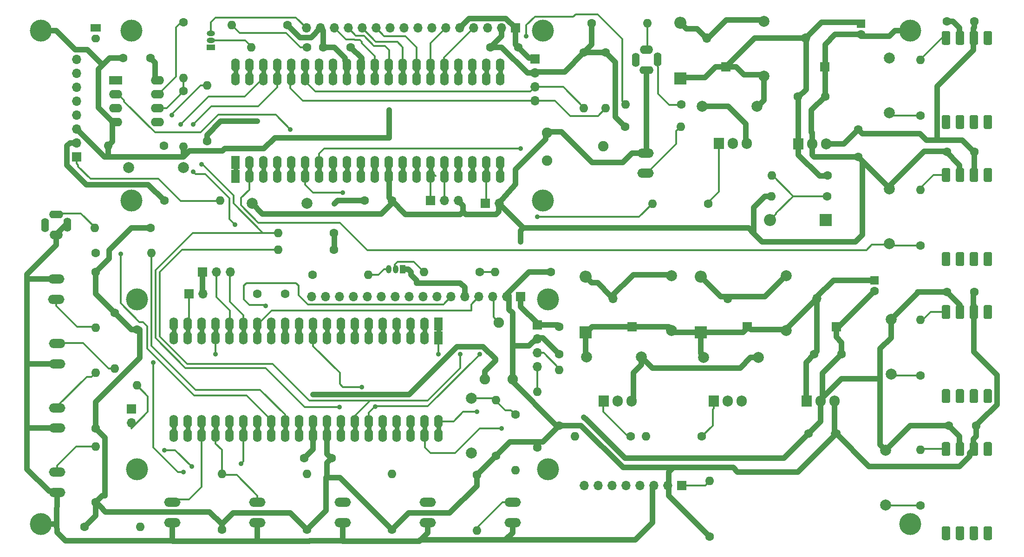
<source format=gbr>
G04 #@! TF.GenerationSoftware,KiCad,Pcbnew,(5.1.5-0-10_14)*
G04 #@! TF.CreationDate,2020-04-27T06:18:58+02:00*
G04 #@! TF.ProjectId,Main_Board_v1,4d61696e-5f42-46f6-9172-645f76312e6b,rev?*
G04 #@! TF.SameCoordinates,Original*
G04 #@! TF.FileFunction,Copper,L1,Top*
G04 #@! TF.FilePolarity,Positive*
%FSLAX46Y46*%
G04 Gerber Fmt 4.6, Leading zero omitted, Abs format (unit mm)*
G04 Created by KiCad (PCBNEW (5.1.5-0-10_14)) date 2020-04-27 06:18:58*
%MOMM*%
%LPD*%
G04 APERTURE LIST*
%ADD10C,0.100000*%
%ADD11O,1.700000X1.700000*%
%ADD12R,1.700000X1.700000*%
%ADD13O,1.400000X2.600000*%
%ADD14O,2.600000X1.400000*%
%ADD15O,2.400000X1.600000*%
%ADD16R,1.000000X1.500000*%
%ADD17O,1.000000X1.500000*%
%ADD18R,1.500000X1.000000*%
%ADD19O,1.500000X1.000000*%
%ADD20O,1.600000X1.400000*%
%ADD21R,1.900000X1.400000*%
%ADD22C,4.000000*%
%ADD23C,1.900000*%
%ADD24O,1.600000X1.600000*%
%ADD25C,1.600000*%
%ADD26O,3.000000X1.700000*%
%ADD27C,2.000000*%
%ADD28R,1.600000X1.600000*%
%ADD29O,1.600000X2.400000*%
%ADD30R,1.600000X2.400000*%
%ADD31O,1.905000X2.000000*%
%ADD32R,1.905000X2.000000*%
%ADD33R,2.400000X1.600000*%
%ADD34O,2.200000X2.200000*%
%ADD35R,2.200000X2.200000*%
%ADD36C,0.900000*%
%ADD37C,1.000000*%
%ADD38C,0.350000*%
G04 APERTURE END LIST*
D10*
G36*
X103476854Y-110014383D02*
G01*
X103476854Y-108744383D01*
X104238854Y-108744383D01*
X104238854Y-110014383D01*
X103476854Y-110014383D01*
G37*
X103476854Y-110014383D02*
X103476854Y-108744383D01*
X104238854Y-108744383D01*
X104238854Y-110014383D01*
X103476854Y-110014383D01*
G36*
X100936854Y-110014383D02*
G01*
X100936854Y-108744383D01*
X101698854Y-108744383D01*
X101698854Y-110014383D01*
X100936854Y-110014383D01*
G37*
X100936854Y-110014383D02*
X100936854Y-108744383D01*
X101698854Y-108744383D01*
X101698854Y-110014383D01*
X100936854Y-110014383D01*
G36*
X98396854Y-110014383D02*
G01*
X98396854Y-108744383D01*
X99158854Y-108744383D01*
X99158854Y-110014383D01*
X98396854Y-110014383D01*
G37*
X98396854Y-110014383D02*
X98396854Y-108744383D01*
X99158854Y-108744383D01*
X99158854Y-110014383D01*
X98396854Y-110014383D01*
G36*
X95856854Y-110014383D02*
G01*
X95856854Y-108744383D01*
X96618854Y-108744383D01*
X96618854Y-110014383D01*
X95856854Y-110014383D01*
G37*
X95856854Y-110014383D02*
X95856854Y-108744383D01*
X96618854Y-108744383D01*
X96618854Y-110014383D01*
X95856854Y-110014383D01*
G36*
X85696854Y-110014383D02*
G01*
X85696854Y-108744383D01*
X86458854Y-108744383D01*
X86458854Y-110014383D01*
X85696854Y-110014383D01*
G37*
X85696854Y-110014383D02*
X85696854Y-108744383D01*
X86458854Y-108744383D01*
X86458854Y-110014383D01*
X85696854Y-110014383D01*
G36*
X88236854Y-110014383D02*
G01*
X88236854Y-108744383D01*
X88998854Y-108744383D01*
X88998854Y-110014383D01*
X88236854Y-110014383D01*
G37*
X88236854Y-110014383D02*
X88236854Y-108744383D01*
X88998854Y-108744383D01*
X88998854Y-110014383D01*
X88236854Y-110014383D01*
G36*
X90776854Y-110014383D02*
G01*
X90776854Y-108744383D01*
X91538854Y-108744383D01*
X91538854Y-110014383D01*
X90776854Y-110014383D01*
G37*
X90776854Y-110014383D02*
X90776854Y-108744383D01*
X91538854Y-108744383D01*
X91538854Y-110014383D01*
X90776854Y-110014383D01*
G36*
X93316854Y-110014383D02*
G01*
X93316854Y-108744383D01*
X94078854Y-108744383D01*
X94078854Y-110014383D01*
X93316854Y-110014383D01*
G37*
X93316854Y-110014383D02*
X93316854Y-108744383D01*
X94078854Y-108744383D01*
X94078854Y-110014383D01*
X93316854Y-110014383D01*
G36*
X72996854Y-110014383D02*
G01*
X72996854Y-108744383D01*
X73758854Y-108744383D01*
X73758854Y-110014383D01*
X72996854Y-110014383D01*
G37*
X72996854Y-110014383D02*
X72996854Y-108744383D01*
X73758854Y-108744383D01*
X73758854Y-110014383D01*
X72996854Y-110014383D01*
G36*
X75536854Y-110014383D02*
G01*
X75536854Y-108744383D01*
X76298854Y-108744383D01*
X76298854Y-110014383D01*
X75536854Y-110014383D01*
G37*
X75536854Y-110014383D02*
X75536854Y-108744383D01*
X76298854Y-108744383D01*
X76298854Y-110014383D01*
X75536854Y-110014383D01*
G36*
X83156854Y-110014383D02*
G01*
X83156854Y-108744383D01*
X83918854Y-108744383D01*
X83918854Y-110014383D01*
X83156854Y-110014383D01*
G37*
X83156854Y-110014383D02*
X83156854Y-108744383D01*
X83918854Y-108744383D01*
X83918854Y-110014383D01*
X83156854Y-110014383D01*
G36*
X80616854Y-110014383D02*
G01*
X80616854Y-108744383D01*
X81378854Y-108744383D01*
X81378854Y-110014383D01*
X80616854Y-110014383D01*
G37*
X80616854Y-110014383D02*
X80616854Y-108744383D01*
X81378854Y-108744383D01*
X81378854Y-110014383D01*
X80616854Y-110014383D01*
G36*
X78076854Y-110014383D02*
G01*
X78076854Y-108744383D01*
X78838854Y-108744383D01*
X78838854Y-110014383D01*
X78076854Y-110014383D01*
G37*
X78076854Y-110014383D02*
X78076854Y-108744383D01*
X78838854Y-108744383D01*
X78838854Y-110014383D01*
X78076854Y-110014383D01*
G36*
X65376854Y-110014383D02*
G01*
X65376854Y-108744383D01*
X66138854Y-108744383D01*
X66138854Y-110014383D01*
X65376854Y-110014383D01*
G37*
X65376854Y-110014383D02*
X65376854Y-108744383D01*
X66138854Y-108744383D01*
X66138854Y-110014383D01*
X65376854Y-110014383D01*
G36*
X67916854Y-110014383D02*
G01*
X67916854Y-108744383D01*
X68678854Y-108744383D01*
X68678854Y-110014383D01*
X67916854Y-110014383D01*
G37*
X67916854Y-110014383D02*
X67916854Y-108744383D01*
X68678854Y-108744383D01*
X68678854Y-110014383D01*
X67916854Y-110014383D01*
G36*
X70456854Y-110014383D02*
G01*
X70456854Y-108744383D01*
X71218854Y-108744383D01*
X71218854Y-110014383D01*
X70456854Y-110014383D01*
G37*
X70456854Y-110014383D02*
X70456854Y-108744383D01*
X71218854Y-108744383D01*
X71218854Y-110014383D01*
X70456854Y-110014383D01*
G36*
X62836854Y-110014383D02*
G01*
X62836854Y-108744383D01*
X63598854Y-108744383D01*
X63598854Y-110014383D01*
X62836854Y-110014383D01*
G37*
X62836854Y-110014383D02*
X62836854Y-108744383D01*
X63598854Y-108744383D01*
X63598854Y-110014383D01*
X62836854Y-110014383D01*
G36*
X60296854Y-110014383D02*
G01*
X60296854Y-108744383D01*
X61058854Y-108744383D01*
X61058854Y-110014383D01*
X60296854Y-110014383D01*
G37*
X60296854Y-110014383D02*
X60296854Y-108744383D01*
X61058854Y-108744383D01*
X61058854Y-110014383D01*
X60296854Y-110014383D01*
G36*
X57756854Y-110014383D02*
G01*
X57756854Y-108744383D01*
X58518854Y-108744383D01*
X58518854Y-110014383D01*
X57756854Y-110014383D01*
G37*
X57756854Y-110014383D02*
X57756854Y-108744383D01*
X58518854Y-108744383D01*
X58518854Y-110014383D01*
X57756854Y-110014383D01*
G36*
X55216854Y-110014383D02*
G01*
X55216854Y-108744383D01*
X55978854Y-108744383D01*
X55978854Y-110014383D01*
X55216854Y-110014383D01*
G37*
X55216854Y-110014383D02*
X55216854Y-108744383D01*
X55978854Y-108744383D01*
X55978854Y-110014383D01*
X55216854Y-110014383D01*
G36*
X55216854Y-92234383D02*
G01*
X55216854Y-90964383D01*
X55978854Y-90964383D01*
X55978854Y-92234383D01*
X55216854Y-92234383D01*
G37*
X55216854Y-92234383D02*
X55216854Y-90964383D01*
X55978854Y-90964383D01*
X55978854Y-92234383D01*
X55216854Y-92234383D01*
G36*
X57756854Y-92234383D02*
G01*
X57756854Y-90964383D01*
X58518854Y-90964383D01*
X58518854Y-92234383D01*
X57756854Y-92234383D01*
G37*
X57756854Y-92234383D02*
X57756854Y-90964383D01*
X58518854Y-90964383D01*
X58518854Y-92234383D01*
X57756854Y-92234383D01*
G36*
X60296854Y-92234383D02*
G01*
X60296854Y-90964383D01*
X61058854Y-90964383D01*
X61058854Y-92234383D01*
X60296854Y-92234383D01*
G37*
X60296854Y-92234383D02*
X60296854Y-90964383D01*
X61058854Y-90964383D01*
X61058854Y-92234383D01*
X60296854Y-92234383D01*
G36*
X62836854Y-92234383D02*
G01*
X62836854Y-90964383D01*
X63598854Y-90964383D01*
X63598854Y-92234383D01*
X62836854Y-92234383D01*
G37*
X62836854Y-92234383D02*
X62836854Y-90964383D01*
X63598854Y-90964383D01*
X63598854Y-92234383D01*
X62836854Y-92234383D01*
G36*
X70456854Y-92234383D02*
G01*
X70456854Y-90964383D01*
X71218854Y-90964383D01*
X71218854Y-92234383D01*
X70456854Y-92234383D01*
G37*
X70456854Y-92234383D02*
X70456854Y-90964383D01*
X71218854Y-90964383D01*
X71218854Y-92234383D01*
X70456854Y-92234383D01*
G36*
X67916854Y-92234383D02*
G01*
X67916854Y-90964383D01*
X68678854Y-90964383D01*
X68678854Y-92234383D01*
X67916854Y-92234383D01*
G37*
X67916854Y-92234383D02*
X67916854Y-90964383D01*
X68678854Y-90964383D01*
X68678854Y-92234383D01*
X67916854Y-92234383D01*
G36*
X65376854Y-92234383D02*
G01*
X65376854Y-90964383D01*
X66138854Y-90964383D01*
X66138854Y-92234383D01*
X65376854Y-92234383D01*
G37*
X65376854Y-92234383D02*
X65376854Y-90964383D01*
X66138854Y-90964383D01*
X66138854Y-92234383D01*
X65376854Y-92234383D01*
G36*
X72996854Y-92234383D02*
G01*
X72996854Y-90964383D01*
X73758854Y-90964383D01*
X73758854Y-92234383D01*
X72996854Y-92234383D01*
G37*
X72996854Y-92234383D02*
X72996854Y-90964383D01*
X73758854Y-90964383D01*
X73758854Y-92234383D01*
X72996854Y-92234383D01*
G36*
X75536854Y-92234383D02*
G01*
X75536854Y-90964383D01*
X76298854Y-90964383D01*
X76298854Y-92234383D01*
X75536854Y-92234383D01*
G37*
X75536854Y-92234383D02*
X75536854Y-90964383D01*
X76298854Y-90964383D01*
X76298854Y-92234383D01*
X75536854Y-92234383D01*
G36*
X78076854Y-92234383D02*
G01*
X78076854Y-90964383D01*
X78838854Y-90964383D01*
X78838854Y-92234383D01*
X78076854Y-92234383D01*
G37*
X78076854Y-92234383D02*
X78076854Y-90964383D01*
X78838854Y-90964383D01*
X78838854Y-92234383D01*
X78076854Y-92234383D01*
G36*
X80616854Y-92234383D02*
G01*
X80616854Y-90964383D01*
X81378854Y-90964383D01*
X81378854Y-92234383D01*
X80616854Y-92234383D01*
G37*
X80616854Y-92234383D02*
X80616854Y-90964383D01*
X81378854Y-90964383D01*
X81378854Y-92234383D01*
X80616854Y-92234383D01*
G36*
X83156854Y-92234383D02*
G01*
X83156854Y-90964383D01*
X83918854Y-90964383D01*
X83918854Y-92234383D01*
X83156854Y-92234383D01*
G37*
X83156854Y-92234383D02*
X83156854Y-90964383D01*
X83918854Y-90964383D01*
X83918854Y-92234383D01*
X83156854Y-92234383D01*
G36*
X85696854Y-92234383D02*
G01*
X85696854Y-90964383D01*
X86458854Y-90964383D01*
X86458854Y-92234383D01*
X85696854Y-92234383D01*
G37*
X85696854Y-92234383D02*
X85696854Y-90964383D01*
X86458854Y-90964383D01*
X86458854Y-92234383D01*
X85696854Y-92234383D01*
G36*
X88236854Y-92234383D02*
G01*
X88236854Y-90964383D01*
X88998854Y-90964383D01*
X88998854Y-92234383D01*
X88236854Y-92234383D01*
G37*
X88236854Y-92234383D02*
X88236854Y-90964383D01*
X88998854Y-90964383D01*
X88998854Y-92234383D01*
X88236854Y-92234383D01*
G36*
X90776854Y-92234383D02*
G01*
X90776854Y-90964383D01*
X91538854Y-90964383D01*
X91538854Y-92234383D01*
X90776854Y-92234383D01*
G37*
X90776854Y-92234383D02*
X90776854Y-90964383D01*
X91538854Y-90964383D01*
X91538854Y-92234383D01*
X90776854Y-92234383D01*
G36*
X93316854Y-92234383D02*
G01*
X93316854Y-90964383D01*
X94078854Y-90964383D01*
X94078854Y-92234383D01*
X93316854Y-92234383D01*
G37*
X93316854Y-92234383D02*
X93316854Y-90964383D01*
X94078854Y-90964383D01*
X94078854Y-92234383D01*
X93316854Y-92234383D01*
G36*
X95856854Y-92234383D02*
G01*
X95856854Y-90964383D01*
X96618854Y-90964383D01*
X96618854Y-92234383D01*
X95856854Y-92234383D01*
G37*
X95856854Y-92234383D02*
X95856854Y-90964383D01*
X96618854Y-90964383D01*
X96618854Y-92234383D01*
X95856854Y-92234383D01*
G36*
X98396854Y-92234383D02*
G01*
X98396854Y-90964383D01*
X99158854Y-90964383D01*
X99158854Y-92234383D01*
X98396854Y-92234383D01*
G37*
X98396854Y-92234383D02*
X98396854Y-90964383D01*
X99158854Y-90964383D01*
X99158854Y-92234383D01*
X98396854Y-92234383D01*
G36*
X103476854Y-92234383D02*
G01*
X103476854Y-90964383D01*
X104238854Y-90964383D01*
X104238854Y-92234383D01*
X103476854Y-92234383D01*
G37*
X103476854Y-92234383D02*
X103476854Y-90964383D01*
X104238854Y-90964383D01*
X104238854Y-92234383D01*
X103476854Y-92234383D01*
G36*
X100936854Y-92234383D02*
G01*
X100936854Y-90964383D01*
X101698854Y-90964383D01*
X101698854Y-92234383D01*
X100936854Y-92234383D01*
G37*
X100936854Y-92234383D02*
X100936854Y-90964383D01*
X101698854Y-90964383D01*
X101698854Y-92234383D01*
X100936854Y-92234383D01*
G36*
X67238854Y-43724383D02*
G01*
X67238854Y-44994383D01*
X66476854Y-44994383D01*
X66476854Y-43724383D01*
X67238854Y-43724383D01*
G37*
X67238854Y-43724383D02*
X67238854Y-44994383D01*
X66476854Y-44994383D01*
X66476854Y-43724383D01*
X67238854Y-43724383D01*
G36*
X69778854Y-43724383D02*
G01*
X69778854Y-44994383D01*
X69016854Y-44994383D01*
X69016854Y-43724383D01*
X69778854Y-43724383D01*
G37*
X69778854Y-43724383D02*
X69778854Y-44994383D01*
X69016854Y-44994383D01*
X69016854Y-43724383D01*
X69778854Y-43724383D01*
G36*
X72318854Y-43724383D02*
G01*
X72318854Y-44994383D01*
X71556854Y-44994383D01*
X71556854Y-43724383D01*
X72318854Y-43724383D01*
G37*
X72318854Y-43724383D02*
X72318854Y-44994383D01*
X71556854Y-44994383D01*
X71556854Y-43724383D01*
X72318854Y-43724383D01*
G36*
X74858854Y-43724383D02*
G01*
X74858854Y-44994383D01*
X74096854Y-44994383D01*
X74096854Y-43724383D01*
X74858854Y-43724383D01*
G37*
X74858854Y-43724383D02*
X74858854Y-44994383D01*
X74096854Y-44994383D01*
X74096854Y-43724383D01*
X74858854Y-43724383D01*
G36*
X85018854Y-43724383D02*
G01*
X85018854Y-44994383D01*
X84256854Y-44994383D01*
X84256854Y-43724383D01*
X85018854Y-43724383D01*
G37*
X85018854Y-43724383D02*
X85018854Y-44994383D01*
X84256854Y-44994383D01*
X84256854Y-43724383D01*
X85018854Y-43724383D01*
G36*
X82478854Y-43724383D02*
G01*
X82478854Y-44994383D01*
X81716854Y-44994383D01*
X81716854Y-43724383D01*
X82478854Y-43724383D01*
G37*
X82478854Y-43724383D02*
X82478854Y-44994383D01*
X81716854Y-44994383D01*
X81716854Y-43724383D01*
X82478854Y-43724383D01*
G36*
X79938854Y-43724383D02*
G01*
X79938854Y-44994383D01*
X79176854Y-44994383D01*
X79176854Y-43724383D01*
X79938854Y-43724383D01*
G37*
X79938854Y-43724383D02*
X79938854Y-44994383D01*
X79176854Y-44994383D01*
X79176854Y-43724383D01*
X79938854Y-43724383D01*
G36*
X77398854Y-43724383D02*
G01*
X77398854Y-44994383D01*
X76636854Y-44994383D01*
X76636854Y-43724383D01*
X77398854Y-43724383D01*
G37*
X77398854Y-43724383D02*
X77398854Y-44994383D01*
X76636854Y-44994383D01*
X76636854Y-43724383D01*
X77398854Y-43724383D01*
G36*
X97718854Y-43724383D02*
G01*
X97718854Y-44994383D01*
X96956854Y-44994383D01*
X96956854Y-43724383D01*
X97718854Y-43724383D01*
G37*
X97718854Y-43724383D02*
X97718854Y-44994383D01*
X96956854Y-44994383D01*
X96956854Y-43724383D01*
X97718854Y-43724383D01*
G36*
X95178854Y-43724383D02*
G01*
X95178854Y-44994383D01*
X94416854Y-44994383D01*
X94416854Y-43724383D01*
X95178854Y-43724383D01*
G37*
X95178854Y-43724383D02*
X95178854Y-44994383D01*
X94416854Y-44994383D01*
X94416854Y-43724383D01*
X95178854Y-43724383D01*
G36*
X87558854Y-43724383D02*
G01*
X87558854Y-44994383D01*
X86796854Y-44994383D01*
X86796854Y-43724383D01*
X87558854Y-43724383D01*
G37*
X87558854Y-43724383D02*
X87558854Y-44994383D01*
X86796854Y-44994383D01*
X86796854Y-43724383D01*
X87558854Y-43724383D01*
G36*
X90098854Y-43724383D02*
G01*
X90098854Y-44994383D01*
X89336854Y-44994383D01*
X89336854Y-43724383D01*
X90098854Y-43724383D01*
G37*
X90098854Y-43724383D02*
X90098854Y-44994383D01*
X89336854Y-44994383D01*
X89336854Y-43724383D01*
X90098854Y-43724383D01*
G36*
X92638854Y-43724383D02*
G01*
X92638854Y-44994383D01*
X91876854Y-44994383D01*
X91876854Y-43724383D01*
X92638854Y-43724383D01*
G37*
X92638854Y-43724383D02*
X92638854Y-44994383D01*
X91876854Y-44994383D01*
X91876854Y-43724383D01*
X92638854Y-43724383D01*
G36*
X105338854Y-43724383D02*
G01*
X105338854Y-44994383D01*
X104576854Y-44994383D01*
X104576854Y-43724383D01*
X105338854Y-43724383D01*
G37*
X105338854Y-43724383D02*
X105338854Y-44994383D01*
X104576854Y-44994383D01*
X104576854Y-43724383D01*
X105338854Y-43724383D01*
G36*
X102798854Y-43724383D02*
G01*
X102798854Y-44994383D01*
X102036854Y-44994383D01*
X102036854Y-43724383D01*
X102798854Y-43724383D01*
G37*
X102798854Y-43724383D02*
X102798854Y-44994383D01*
X102036854Y-44994383D01*
X102036854Y-43724383D01*
X102798854Y-43724383D01*
G36*
X100258854Y-43724383D02*
G01*
X100258854Y-44994383D01*
X99496854Y-44994383D01*
X99496854Y-43724383D01*
X100258854Y-43724383D01*
G37*
X100258854Y-43724383D02*
X100258854Y-44994383D01*
X99496854Y-44994383D01*
X99496854Y-43724383D01*
X100258854Y-43724383D01*
G36*
X107878854Y-43724383D02*
G01*
X107878854Y-44994383D01*
X107116854Y-44994383D01*
X107116854Y-43724383D01*
X107878854Y-43724383D01*
G37*
X107878854Y-43724383D02*
X107878854Y-44994383D01*
X107116854Y-44994383D01*
X107116854Y-43724383D01*
X107878854Y-43724383D01*
G36*
X110418854Y-43724383D02*
G01*
X110418854Y-44994383D01*
X109656854Y-44994383D01*
X109656854Y-43724383D01*
X110418854Y-43724383D01*
G37*
X110418854Y-43724383D02*
X110418854Y-44994383D01*
X109656854Y-44994383D01*
X109656854Y-43724383D01*
X110418854Y-43724383D01*
G36*
X112958854Y-43724383D02*
G01*
X112958854Y-44994383D01*
X112196854Y-44994383D01*
X112196854Y-43724383D01*
X112958854Y-43724383D01*
G37*
X112958854Y-43724383D02*
X112958854Y-44994383D01*
X112196854Y-44994383D01*
X112196854Y-43724383D01*
X112958854Y-43724383D01*
G36*
X115498854Y-43724383D02*
G01*
X115498854Y-44994383D01*
X114736854Y-44994383D01*
X114736854Y-43724383D01*
X115498854Y-43724383D01*
G37*
X115498854Y-43724383D02*
X115498854Y-44994383D01*
X114736854Y-44994383D01*
X114736854Y-43724383D01*
X115498854Y-43724383D01*
G36*
X115498854Y-61504383D02*
G01*
X115498854Y-62774383D01*
X114736854Y-62774383D01*
X114736854Y-61504383D01*
X115498854Y-61504383D01*
G37*
X115498854Y-61504383D02*
X115498854Y-62774383D01*
X114736854Y-62774383D01*
X114736854Y-61504383D01*
X115498854Y-61504383D01*
G36*
X112958854Y-61504383D02*
G01*
X112958854Y-62774383D01*
X112196854Y-62774383D01*
X112196854Y-61504383D01*
X112958854Y-61504383D01*
G37*
X112958854Y-61504383D02*
X112958854Y-62774383D01*
X112196854Y-62774383D01*
X112196854Y-61504383D01*
X112958854Y-61504383D01*
G36*
X110418854Y-61504383D02*
G01*
X110418854Y-62774383D01*
X109656854Y-62774383D01*
X109656854Y-61504383D01*
X110418854Y-61504383D01*
G37*
X110418854Y-61504383D02*
X110418854Y-62774383D01*
X109656854Y-62774383D01*
X109656854Y-61504383D01*
X110418854Y-61504383D01*
G36*
X107878854Y-61504383D02*
G01*
X107878854Y-62774383D01*
X107116854Y-62774383D01*
X107116854Y-61504383D01*
X107878854Y-61504383D01*
G37*
X107878854Y-61504383D02*
X107878854Y-62774383D01*
X107116854Y-62774383D01*
X107116854Y-61504383D01*
X107878854Y-61504383D01*
G36*
X100258854Y-61504383D02*
G01*
X100258854Y-62774383D01*
X99496854Y-62774383D01*
X99496854Y-61504383D01*
X100258854Y-61504383D01*
G37*
X100258854Y-61504383D02*
X100258854Y-62774383D01*
X99496854Y-62774383D01*
X99496854Y-61504383D01*
X100258854Y-61504383D01*
G36*
X102798854Y-61504383D02*
G01*
X102798854Y-62774383D01*
X102036854Y-62774383D01*
X102036854Y-61504383D01*
X102798854Y-61504383D01*
G37*
X102798854Y-61504383D02*
X102798854Y-62774383D01*
X102036854Y-62774383D01*
X102036854Y-61504383D01*
X102798854Y-61504383D01*
G36*
X105338854Y-61504383D02*
G01*
X105338854Y-62774383D01*
X104576854Y-62774383D01*
X104576854Y-61504383D01*
X105338854Y-61504383D01*
G37*
X105338854Y-61504383D02*
X105338854Y-62774383D01*
X104576854Y-62774383D01*
X104576854Y-61504383D01*
X105338854Y-61504383D01*
G36*
X97718854Y-61504383D02*
G01*
X97718854Y-62774383D01*
X96956854Y-62774383D01*
X96956854Y-61504383D01*
X97718854Y-61504383D01*
G37*
X97718854Y-61504383D02*
X97718854Y-62774383D01*
X96956854Y-62774383D01*
X96956854Y-61504383D01*
X97718854Y-61504383D01*
G36*
X95178854Y-61504383D02*
G01*
X95178854Y-62774383D01*
X94416854Y-62774383D01*
X94416854Y-61504383D01*
X95178854Y-61504383D01*
G37*
X95178854Y-61504383D02*
X95178854Y-62774383D01*
X94416854Y-62774383D01*
X94416854Y-61504383D01*
X95178854Y-61504383D01*
G36*
X92638854Y-61504383D02*
G01*
X92638854Y-62774383D01*
X91876854Y-62774383D01*
X91876854Y-61504383D01*
X92638854Y-61504383D01*
G37*
X92638854Y-61504383D02*
X92638854Y-62774383D01*
X91876854Y-62774383D01*
X91876854Y-61504383D01*
X92638854Y-61504383D01*
G36*
X90098854Y-61504383D02*
G01*
X90098854Y-62774383D01*
X89336854Y-62774383D01*
X89336854Y-61504383D01*
X90098854Y-61504383D01*
G37*
X90098854Y-61504383D02*
X90098854Y-62774383D01*
X89336854Y-62774383D01*
X89336854Y-61504383D01*
X90098854Y-61504383D01*
G36*
X87558854Y-61504383D02*
G01*
X87558854Y-62774383D01*
X86796854Y-62774383D01*
X86796854Y-61504383D01*
X87558854Y-61504383D01*
G37*
X87558854Y-61504383D02*
X87558854Y-62774383D01*
X86796854Y-62774383D01*
X86796854Y-61504383D01*
X87558854Y-61504383D01*
G36*
X85018854Y-61504383D02*
G01*
X85018854Y-62774383D01*
X84256854Y-62774383D01*
X84256854Y-61504383D01*
X85018854Y-61504383D01*
G37*
X85018854Y-61504383D02*
X85018854Y-62774383D01*
X84256854Y-62774383D01*
X84256854Y-61504383D01*
X85018854Y-61504383D01*
G36*
X82478854Y-61504383D02*
G01*
X82478854Y-62774383D01*
X81716854Y-62774383D01*
X81716854Y-61504383D01*
X82478854Y-61504383D01*
G37*
X82478854Y-61504383D02*
X82478854Y-62774383D01*
X81716854Y-62774383D01*
X81716854Y-61504383D01*
X82478854Y-61504383D01*
G36*
X79938854Y-61504383D02*
G01*
X79938854Y-62774383D01*
X79176854Y-62774383D01*
X79176854Y-61504383D01*
X79938854Y-61504383D01*
G37*
X79938854Y-61504383D02*
X79938854Y-62774383D01*
X79176854Y-62774383D01*
X79176854Y-61504383D01*
X79938854Y-61504383D01*
G36*
X77398854Y-61504383D02*
G01*
X77398854Y-62774383D01*
X76636854Y-62774383D01*
X76636854Y-61504383D01*
X77398854Y-61504383D01*
G37*
X77398854Y-61504383D02*
X77398854Y-62774383D01*
X76636854Y-62774383D01*
X76636854Y-61504383D01*
X77398854Y-61504383D01*
G36*
X74858854Y-61504383D02*
G01*
X74858854Y-62774383D01*
X74096854Y-62774383D01*
X74096854Y-61504383D01*
X74858854Y-61504383D01*
G37*
X74858854Y-61504383D02*
X74858854Y-62774383D01*
X74096854Y-62774383D01*
X74096854Y-61504383D01*
X74858854Y-61504383D01*
G36*
X72318854Y-61504383D02*
G01*
X72318854Y-62774383D01*
X71556854Y-62774383D01*
X71556854Y-61504383D01*
X72318854Y-61504383D01*
G37*
X72318854Y-61504383D02*
X72318854Y-62774383D01*
X71556854Y-62774383D01*
X71556854Y-61504383D01*
X72318854Y-61504383D01*
G36*
X67238854Y-61504383D02*
G01*
X67238854Y-62774383D01*
X66476854Y-62774383D01*
X66476854Y-61504383D01*
X67238854Y-61504383D01*
G37*
X67238854Y-61504383D02*
X67238854Y-62774383D01*
X66476854Y-62774383D01*
X66476854Y-61504383D01*
X67238854Y-61504383D01*
G36*
X69778854Y-61504383D02*
G01*
X69778854Y-62774383D01*
X69016854Y-62774383D01*
X69016854Y-61504383D01*
X69778854Y-61504383D01*
G37*
X69778854Y-61504383D02*
X69778854Y-62774383D01*
X69016854Y-62774383D01*
X69016854Y-61504383D01*
X69778854Y-61504383D01*
D11*
X47857854Y-108409383D03*
D12*
X47857854Y-105869383D03*
D11*
X114897854Y-68369383D03*
D12*
X112357854Y-68369383D03*
D13*
X36182854Y-72269383D03*
X32132854Y-72319383D03*
D14*
X34157854Y-70419383D03*
D15*
X34157854Y-74119383D03*
D13*
X139782854Y-42169383D03*
X143832854Y-42119383D03*
D14*
X141807854Y-44019383D03*
D15*
X141807854Y-40319383D03*
D16*
X97357854Y-80369383D03*
D17*
X94817854Y-80369383D03*
X96087854Y-80369383D03*
D18*
X62357854Y-39869383D03*
D19*
X62357854Y-37329383D03*
X62357854Y-38599383D03*
D20*
X41357854Y-38269383D03*
D21*
X41357854Y-36369383D03*
D22*
X47857854Y-36869383D03*
X47857854Y-67869383D03*
X122857854Y-67869383D03*
X122857854Y-36869383D03*
D11*
X79757854Y-36369383D03*
X82297854Y-36369383D03*
X84837854Y-36369383D03*
X87377854Y-36369383D03*
X89917854Y-36369383D03*
X92457854Y-36369383D03*
X94997854Y-36369383D03*
X97537854Y-36369383D03*
X100077854Y-36369383D03*
X102617854Y-36369383D03*
X105157854Y-36369383D03*
X107697854Y-36369383D03*
X110237854Y-36369383D03*
X112777854Y-36369383D03*
X115317854Y-36369383D03*
D12*
X117857854Y-36369383D03*
D22*
X48857854Y-85869383D03*
X48857854Y-116869383D03*
X123857854Y-116869383D03*
X123857854Y-85869383D03*
D11*
X80757854Y-85369383D03*
X83297854Y-85369383D03*
X85837854Y-85369383D03*
X88377854Y-85369383D03*
X90917854Y-85369383D03*
X93457854Y-85369383D03*
X95997854Y-85369383D03*
X98537854Y-85369383D03*
X101077854Y-85369383D03*
X103617854Y-85369383D03*
X106157854Y-85369383D03*
X108697854Y-85369383D03*
X111237854Y-85369383D03*
X113777854Y-85369383D03*
X116317854Y-85369383D03*
D12*
X118857854Y-85369383D03*
D23*
X112320854Y-100433383D03*
X114820854Y-90133383D03*
X117400854Y-100433383D03*
X123623854Y-55475383D03*
X133923854Y-57975383D03*
X123623854Y-60555383D03*
D24*
X91017854Y-81369383D03*
D25*
X80857854Y-81369383D03*
D24*
X101197854Y-80869383D03*
D25*
X111357854Y-80869383D03*
D24*
X114197854Y-80869383D03*
D25*
X124357854Y-80869383D03*
D24*
X69697854Y-39869383D03*
D25*
X79857854Y-39869383D03*
D24*
X66197854Y-35869383D03*
D25*
X76357854Y-35869383D03*
G04 #@! TA.AperFunction,SMDPad,CuDef*
D10*
G36*
X196808199Y-36901718D02*
G01*
X196845183Y-36907204D01*
X196881452Y-36916289D01*
X196916656Y-36928885D01*
X196950456Y-36944871D01*
X196982526Y-36964093D01*
X197012558Y-36986366D01*
X197040262Y-37011475D01*
X197065371Y-37039179D01*
X197087644Y-37069211D01*
X197106866Y-37101281D01*
X197122852Y-37135081D01*
X197135448Y-37170285D01*
X197144533Y-37206554D01*
X197150019Y-37243538D01*
X197151854Y-37280883D01*
X197151854Y-39058883D01*
X197150019Y-39096228D01*
X197144533Y-39133212D01*
X197135448Y-39169481D01*
X197122852Y-39204685D01*
X197106866Y-39238485D01*
X197087644Y-39270555D01*
X197065371Y-39300587D01*
X197040262Y-39328291D01*
X197012558Y-39353400D01*
X196982526Y-39375673D01*
X196950456Y-39394895D01*
X196916656Y-39410881D01*
X196881452Y-39423477D01*
X196845183Y-39432562D01*
X196808199Y-39438048D01*
X196770854Y-39439883D01*
X196008854Y-39439883D01*
X195971509Y-39438048D01*
X195934525Y-39432562D01*
X195898256Y-39423477D01*
X195863052Y-39410881D01*
X195829252Y-39394895D01*
X195797182Y-39375673D01*
X195767150Y-39353400D01*
X195739446Y-39328291D01*
X195714337Y-39300587D01*
X195692064Y-39270555D01*
X195672842Y-39238485D01*
X195656856Y-39204685D01*
X195644260Y-39169481D01*
X195635175Y-39133212D01*
X195629689Y-39096228D01*
X195627854Y-39058883D01*
X195627854Y-37280883D01*
X195629689Y-37243538D01*
X195635175Y-37206554D01*
X195644260Y-37170285D01*
X195656856Y-37135081D01*
X195672842Y-37101281D01*
X195692064Y-37069211D01*
X195714337Y-37039179D01*
X195739446Y-37011475D01*
X195767150Y-36986366D01*
X195797182Y-36964093D01*
X195829252Y-36944871D01*
X195863052Y-36928885D01*
X195898256Y-36916289D01*
X195934525Y-36907204D01*
X195971509Y-36901718D01*
X196008854Y-36899883D01*
X196770854Y-36899883D01*
X196808199Y-36901718D01*
G37*
G04 #@! TD.AperFunction*
G04 #@! TA.AperFunction,SMDPad,CuDef*
G36*
X199348199Y-36901718D02*
G01*
X199385183Y-36907204D01*
X199421452Y-36916289D01*
X199456656Y-36928885D01*
X199490456Y-36944871D01*
X199522526Y-36964093D01*
X199552558Y-36986366D01*
X199580262Y-37011475D01*
X199605371Y-37039179D01*
X199627644Y-37069211D01*
X199646866Y-37101281D01*
X199662852Y-37135081D01*
X199675448Y-37170285D01*
X199684533Y-37206554D01*
X199690019Y-37243538D01*
X199691854Y-37280883D01*
X199691854Y-39058883D01*
X199690019Y-39096228D01*
X199684533Y-39133212D01*
X199675448Y-39169481D01*
X199662852Y-39204685D01*
X199646866Y-39238485D01*
X199627644Y-39270555D01*
X199605371Y-39300587D01*
X199580262Y-39328291D01*
X199552558Y-39353400D01*
X199522526Y-39375673D01*
X199490456Y-39394895D01*
X199456656Y-39410881D01*
X199421452Y-39423477D01*
X199385183Y-39432562D01*
X199348199Y-39438048D01*
X199310854Y-39439883D01*
X198548854Y-39439883D01*
X198511509Y-39438048D01*
X198474525Y-39432562D01*
X198438256Y-39423477D01*
X198403052Y-39410881D01*
X198369252Y-39394895D01*
X198337182Y-39375673D01*
X198307150Y-39353400D01*
X198279446Y-39328291D01*
X198254337Y-39300587D01*
X198232064Y-39270555D01*
X198212842Y-39238485D01*
X198196856Y-39204685D01*
X198184260Y-39169481D01*
X198175175Y-39133212D01*
X198169689Y-39096228D01*
X198167854Y-39058883D01*
X198167854Y-37280883D01*
X198169689Y-37243538D01*
X198175175Y-37206554D01*
X198184260Y-37170285D01*
X198196856Y-37135081D01*
X198212842Y-37101281D01*
X198232064Y-37069211D01*
X198254337Y-37039179D01*
X198279446Y-37011475D01*
X198307150Y-36986366D01*
X198337182Y-36964093D01*
X198369252Y-36944871D01*
X198403052Y-36928885D01*
X198438256Y-36916289D01*
X198474525Y-36907204D01*
X198511509Y-36901718D01*
X198548854Y-36899883D01*
X199310854Y-36899883D01*
X199348199Y-36901718D01*
G37*
G04 #@! TD.AperFunction*
G04 #@! TA.AperFunction,SMDPad,CuDef*
G36*
X201888199Y-36901718D02*
G01*
X201925183Y-36907204D01*
X201961452Y-36916289D01*
X201996656Y-36928885D01*
X202030456Y-36944871D01*
X202062526Y-36964093D01*
X202092558Y-36986366D01*
X202120262Y-37011475D01*
X202145371Y-37039179D01*
X202167644Y-37069211D01*
X202186866Y-37101281D01*
X202202852Y-37135081D01*
X202215448Y-37170285D01*
X202224533Y-37206554D01*
X202230019Y-37243538D01*
X202231854Y-37280883D01*
X202231854Y-39058883D01*
X202230019Y-39096228D01*
X202224533Y-39133212D01*
X202215448Y-39169481D01*
X202202852Y-39204685D01*
X202186866Y-39238485D01*
X202167644Y-39270555D01*
X202145371Y-39300587D01*
X202120262Y-39328291D01*
X202092558Y-39353400D01*
X202062526Y-39375673D01*
X202030456Y-39394895D01*
X201996656Y-39410881D01*
X201961452Y-39423477D01*
X201925183Y-39432562D01*
X201888199Y-39438048D01*
X201850854Y-39439883D01*
X201088854Y-39439883D01*
X201051509Y-39438048D01*
X201014525Y-39432562D01*
X200978256Y-39423477D01*
X200943052Y-39410881D01*
X200909252Y-39394895D01*
X200877182Y-39375673D01*
X200847150Y-39353400D01*
X200819446Y-39328291D01*
X200794337Y-39300587D01*
X200772064Y-39270555D01*
X200752842Y-39238485D01*
X200736856Y-39204685D01*
X200724260Y-39169481D01*
X200715175Y-39133212D01*
X200709689Y-39096228D01*
X200707854Y-39058883D01*
X200707854Y-37280883D01*
X200709689Y-37243538D01*
X200715175Y-37206554D01*
X200724260Y-37170285D01*
X200736856Y-37135081D01*
X200752842Y-37101281D01*
X200772064Y-37069211D01*
X200794337Y-37039179D01*
X200819446Y-37011475D01*
X200847150Y-36986366D01*
X200877182Y-36964093D01*
X200909252Y-36944871D01*
X200943052Y-36928885D01*
X200978256Y-36916289D01*
X201014525Y-36907204D01*
X201051509Y-36901718D01*
X201088854Y-36899883D01*
X201850854Y-36899883D01*
X201888199Y-36901718D01*
G37*
G04 #@! TD.AperFunction*
G04 #@! TA.AperFunction,SMDPad,CuDef*
G36*
X204428199Y-36901718D02*
G01*
X204465183Y-36907204D01*
X204501452Y-36916289D01*
X204536656Y-36928885D01*
X204570456Y-36944871D01*
X204602526Y-36964093D01*
X204632558Y-36986366D01*
X204660262Y-37011475D01*
X204685371Y-37039179D01*
X204707644Y-37069211D01*
X204726866Y-37101281D01*
X204742852Y-37135081D01*
X204755448Y-37170285D01*
X204764533Y-37206554D01*
X204770019Y-37243538D01*
X204771854Y-37280883D01*
X204771854Y-39058883D01*
X204770019Y-39096228D01*
X204764533Y-39133212D01*
X204755448Y-39169481D01*
X204742852Y-39204685D01*
X204726866Y-39238485D01*
X204707644Y-39270555D01*
X204685371Y-39300587D01*
X204660262Y-39328291D01*
X204632558Y-39353400D01*
X204602526Y-39375673D01*
X204570456Y-39394895D01*
X204536656Y-39410881D01*
X204501452Y-39423477D01*
X204465183Y-39432562D01*
X204428199Y-39438048D01*
X204390854Y-39439883D01*
X203628854Y-39439883D01*
X203591509Y-39438048D01*
X203554525Y-39432562D01*
X203518256Y-39423477D01*
X203483052Y-39410881D01*
X203449252Y-39394895D01*
X203417182Y-39375673D01*
X203387150Y-39353400D01*
X203359446Y-39328291D01*
X203334337Y-39300587D01*
X203312064Y-39270555D01*
X203292842Y-39238485D01*
X203276856Y-39204685D01*
X203264260Y-39169481D01*
X203255175Y-39133212D01*
X203249689Y-39096228D01*
X203247854Y-39058883D01*
X203247854Y-37280883D01*
X203249689Y-37243538D01*
X203255175Y-37206554D01*
X203264260Y-37170285D01*
X203276856Y-37135081D01*
X203292842Y-37101281D01*
X203312064Y-37069211D01*
X203334337Y-37039179D01*
X203359446Y-37011475D01*
X203387150Y-36986366D01*
X203417182Y-36964093D01*
X203449252Y-36944871D01*
X203483052Y-36928885D01*
X203518256Y-36916289D01*
X203554525Y-36907204D01*
X203591509Y-36901718D01*
X203628854Y-36899883D01*
X204390854Y-36899883D01*
X204428199Y-36901718D01*
G37*
G04 #@! TD.AperFunction*
G04 #@! TA.AperFunction,SMDPad,CuDef*
G36*
X204428199Y-52235718D02*
G01*
X204465183Y-52241204D01*
X204501452Y-52250289D01*
X204536656Y-52262885D01*
X204570456Y-52278871D01*
X204602526Y-52298093D01*
X204632558Y-52320366D01*
X204660262Y-52345475D01*
X204685371Y-52373179D01*
X204707644Y-52403211D01*
X204726866Y-52435281D01*
X204742852Y-52469081D01*
X204755448Y-52504285D01*
X204764533Y-52540554D01*
X204770019Y-52577538D01*
X204771854Y-52614883D01*
X204771854Y-54392883D01*
X204770019Y-54430228D01*
X204764533Y-54467212D01*
X204755448Y-54503481D01*
X204742852Y-54538685D01*
X204726866Y-54572485D01*
X204707644Y-54604555D01*
X204685371Y-54634587D01*
X204660262Y-54662291D01*
X204632558Y-54687400D01*
X204602526Y-54709673D01*
X204570456Y-54728895D01*
X204536656Y-54744881D01*
X204501452Y-54757477D01*
X204465183Y-54766562D01*
X204428199Y-54772048D01*
X204390854Y-54773883D01*
X203628854Y-54773883D01*
X203591509Y-54772048D01*
X203554525Y-54766562D01*
X203518256Y-54757477D01*
X203483052Y-54744881D01*
X203449252Y-54728895D01*
X203417182Y-54709673D01*
X203387150Y-54687400D01*
X203359446Y-54662291D01*
X203334337Y-54634587D01*
X203312064Y-54604555D01*
X203292842Y-54572485D01*
X203276856Y-54538685D01*
X203264260Y-54503481D01*
X203255175Y-54467212D01*
X203249689Y-54430228D01*
X203247854Y-54392883D01*
X203247854Y-52614883D01*
X203249689Y-52577538D01*
X203255175Y-52540554D01*
X203264260Y-52504285D01*
X203276856Y-52469081D01*
X203292842Y-52435281D01*
X203312064Y-52403211D01*
X203334337Y-52373179D01*
X203359446Y-52345475D01*
X203387150Y-52320366D01*
X203417182Y-52298093D01*
X203449252Y-52278871D01*
X203483052Y-52262885D01*
X203518256Y-52250289D01*
X203554525Y-52241204D01*
X203591509Y-52235718D01*
X203628854Y-52233883D01*
X204390854Y-52233883D01*
X204428199Y-52235718D01*
G37*
G04 #@! TD.AperFunction*
G04 #@! TA.AperFunction,SMDPad,CuDef*
G36*
X201888199Y-52235718D02*
G01*
X201925183Y-52241204D01*
X201961452Y-52250289D01*
X201996656Y-52262885D01*
X202030456Y-52278871D01*
X202062526Y-52298093D01*
X202092558Y-52320366D01*
X202120262Y-52345475D01*
X202145371Y-52373179D01*
X202167644Y-52403211D01*
X202186866Y-52435281D01*
X202202852Y-52469081D01*
X202215448Y-52504285D01*
X202224533Y-52540554D01*
X202230019Y-52577538D01*
X202231854Y-52614883D01*
X202231854Y-54392883D01*
X202230019Y-54430228D01*
X202224533Y-54467212D01*
X202215448Y-54503481D01*
X202202852Y-54538685D01*
X202186866Y-54572485D01*
X202167644Y-54604555D01*
X202145371Y-54634587D01*
X202120262Y-54662291D01*
X202092558Y-54687400D01*
X202062526Y-54709673D01*
X202030456Y-54728895D01*
X201996656Y-54744881D01*
X201961452Y-54757477D01*
X201925183Y-54766562D01*
X201888199Y-54772048D01*
X201850854Y-54773883D01*
X201088854Y-54773883D01*
X201051509Y-54772048D01*
X201014525Y-54766562D01*
X200978256Y-54757477D01*
X200943052Y-54744881D01*
X200909252Y-54728895D01*
X200877182Y-54709673D01*
X200847150Y-54687400D01*
X200819446Y-54662291D01*
X200794337Y-54634587D01*
X200772064Y-54604555D01*
X200752842Y-54572485D01*
X200736856Y-54538685D01*
X200724260Y-54503481D01*
X200715175Y-54467212D01*
X200709689Y-54430228D01*
X200707854Y-54392883D01*
X200707854Y-52614883D01*
X200709689Y-52577538D01*
X200715175Y-52540554D01*
X200724260Y-52504285D01*
X200736856Y-52469081D01*
X200752842Y-52435281D01*
X200772064Y-52403211D01*
X200794337Y-52373179D01*
X200819446Y-52345475D01*
X200847150Y-52320366D01*
X200877182Y-52298093D01*
X200909252Y-52278871D01*
X200943052Y-52262885D01*
X200978256Y-52250289D01*
X201014525Y-52241204D01*
X201051509Y-52235718D01*
X201088854Y-52233883D01*
X201850854Y-52233883D01*
X201888199Y-52235718D01*
G37*
G04 #@! TD.AperFunction*
G04 #@! TA.AperFunction,SMDPad,CuDef*
G36*
X199348199Y-52235718D02*
G01*
X199385183Y-52241204D01*
X199421452Y-52250289D01*
X199456656Y-52262885D01*
X199490456Y-52278871D01*
X199522526Y-52298093D01*
X199552558Y-52320366D01*
X199580262Y-52345475D01*
X199605371Y-52373179D01*
X199627644Y-52403211D01*
X199646866Y-52435281D01*
X199662852Y-52469081D01*
X199675448Y-52504285D01*
X199684533Y-52540554D01*
X199690019Y-52577538D01*
X199691854Y-52614883D01*
X199691854Y-54392883D01*
X199690019Y-54430228D01*
X199684533Y-54467212D01*
X199675448Y-54503481D01*
X199662852Y-54538685D01*
X199646866Y-54572485D01*
X199627644Y-54604555D01*
X199605371Y-54634587D01*
X199580262Y-54662291D01*
X199552558Y-54687400D01*
X199522526Y-54709673D01*
X199490456Y-54728895D01*
X199456656Y-54744881D01*
X199421452Y-54757477D01*
X199385183Y-54766562D01*
X199348199Y-54772048D01*
X199310854Y-54773883D01*
X198548854Y-54773883D01*
X198511509Y-54772048D01*
X198474525Y-54766562D01*
X198438256Y-54757477D01*
X198403052Y-54744881D01*
X198369252Y-54728895D01*
X198337182Y-54709673D01*
X198307150Y-54687400D01*
X198279446Y-54662291D01*
X198254337Y-54634587D01*
X198232064Y-54604555D01*
X198212842Y-54572485D01*
X198196856Y-54538685D01*
X198184260Y-54503481D01*
X198175175Y-54467212D01*
X198169689Y-54430228D01*
X198167854Y-54392883D01*
X198167854Y-52614883D01*
X198169689Y-52577538D01*
X198175175Y-52540554D01*
X198184260Y-52504285D01*
X198196856Y-52469081D01*
X198212842Y-52435281D01*
X198232064Y-52403211D01*
X198254337Y-52373179D01*
X198279446Y-52345475D01*
X198307150Y-52320366D01*
X198337182Y-52298093D01*
X198369252Y-52278871D01*
X198403052Y-52262885D01*
X198438256Y-52250289D01*
X198474525Y-52241204D01*
X198511509Y-52235718D01*
X198548854Y-52233883D01*
X199310854Y-52233883D01*
X199348199Y-52235718D01*
G37*
G04 #@! TD.AperFunction*
G04 #@! TA.AperFunction,SMDPad,CuDef*
G36*
X196808199Y-52235718D02*
G01*
X196845183Y-52241204D01*
X196881452Y-52250289D01*
X196916656Y-52262885D01*
X196950456Y-52278871D01*
X196982526Y-52298093D01*
X197012558Y-52320366D01*
X197040262Y-52345475D01*
X197065371Y-52373179D01*
X197087644Y-52403211D01*
X197106866Y-52435281D01*
X197122852Y-52469081D01*
X197135448Y-52504285D01*
X197144533Y-52540554D01*
X197150019Y-52577538D01*
X197151854Y-52614883D01*
X197151854Y-54392883D01*
X197150019Y-54430228D01*
X197144533Y-54467212D01*
X197135448Y-54503481D01*
X197122852Y-54538685D01*
X197106866Y-54572485D01*
X197087644Y-54604555D01*
X197065371Y-54634587D01*
X197040262Y-54662291D01*
X197012558Y-54687400D01*
X196982526Y-54709673D01*
X196950456Y-54728895D01*
X196916656Y-54744881D01*
X196881452Y-54757477D01*
X196845183Y-54766562D01*
X196808199Y-54772048D01*
X196770854Y-54773883D01*
X196008854Y-54773883D01*
X195971509Y-54772048D01*
X195934525Y-54766562D01*
X195898256Y-54757477D01*
X195863052Y-54744881D01*
X195829252Y-54728895D01*
X195797182Y-54709673D01*
X195767150Y-54687400D01*
X195739446Y-54662291D01*
X195714337Y-54634587D01*
X195692064Y-54604555D01*
X195672842Y-54572485D01*
X195656856Y-54538685D01*
X195644260Y-54503481D01*
X195635175Y-54467212D01*
X195629689Y-54430228D01*
X195627854Y-54392883D01*
X195627854Y-52614883D01*
X195629689Y-52577538D01*
X195635175Y-52540554D01*
X195644260Y-52504285D01*
X195656856Y-52469081D01*
X195672842Y-52435281D01*
X195692064Y-52403211D01*
X195714337Y-52373179D01*
X195739446Y-52345475D01*
X195767150Y-52320366D01*
X195797182Y-52298093D01*
X195829252Y-52278871D01*
X195863052Y-52262885D01*
X195898256Y-52250289D01*
X195934525Y-52241204D01*
X195971509Y-52235718D01*
X196008854Y-52233883D01*
X196770854Y-52233883D01*
X196808199Y-52235718D01*
G37*
G04 #@! TD.AperFunction*
G04 #@! TA.AperFunction,SMDPad,CuDef*
G36*
X196808199Y-111901718D02*
G01*
X196845183Y-111907204D01*
X196881452Y-111916289D01*
X196916656Y-111928885D01*
X196950456Y-111944871D01*
X196982526Y-111964093D01*
X197012558Y-111986366D01*
X197040262Y-112011475D01*
X197065371Y-112039179D01*
X197087644Y-112069211D01*
X197106866Y-112101281D01*
X197122852Y-112135081D01*
X197135448Y-112170285D01*
X197144533Y-112206554D01*
X197150019Y-112243538D01*
X197151854Y-112280883D01*
X197151854Y-114058883D01*
X197150019Y-114096228D01*
X197144533Y-114133212D01*
X197135448Y-114169481D01*
X197122852Y-114204685D01*
X197106866Y-114238485D01*
X197087644Y-114270555D01*
X197065371Y-114300587D01*
X197040262Y-114328291D01*
X197012558Y-114353400D01*
X196982526Y-114375673D01*
X196950456Y-114394895D01*
X196916656Y-114410881D01*
X196881452Y-114423477D01*
X196845183Y-114432562D01*
X196808199Y-114438048D01*
X196770854Y-114439883D01*
X196008854Y-114439883D01*
X195971509Y-114438048D01*
X195934525Y-114432562D01*
X195898256Y-114423477D01*
X195863052Y-114410881D01*
X195829252Y-114394895D01*
X195797182Y-114375673D01*
X195767150Y-114353400D01*
X195739446Y-114328291D01*
X195714337Y-114300587D01*
X195692064Y-114270555D01*
X195672842Y-114238485D01*
X195656856Y-114204685D01*
X195644260Y-114169481D01*
X195635175Y-114133212D01*
X195629689Y-114096228D01*
X195627854Y-114058883D01*
X195627854Y-112280883D01*
X195629689Y-112243538D01*
X195635175Y-112206554D01*
X195644260Y-112170285D01*
X195656856Y-112135081D01*
X195672842Y-112101281D01*
X195692064Y-112069211D01*
X195714337Y-112039179D01*
X195739446Y-112011475D01*
X195767150Y-111986366D01*
X195797182Y-111964093D01*
X195829252Y-111944871D01*
X195863052Y-111928885D01*
X195898256Y-111916289D01*
X195934525Y-111907204D01*
X195971509Y-111901718D01*
X196008854Y-111899883D01*
X196770854Y-111899883D01*
X196808199Y-111901718D01*
G37*
G04 #@! TD.AperFunction*
G04 #@! TA.AperFunction,SMDPad,CuDef*
G36*
X199348199Y-111901718D02*
G01*
X199385183Y-111907204D01*
X199421452Y-111916289D01*
X199456656Y-111928885D01*
X199490456Y-111944871D01*
X199522526Y-111964093D01*
X199552558Y-111986366D01*
X199580262Y-112011475D01*
X199605371Y-112039179D01*
X199627644Y-112069211D01*
X199646866Y-112101281D01*
X199662852Y-112135081D01*
X199675448Y-112170285D01*
X199684533Y-112206554D01*
X199690019Y-112243538D01*
X199691854Y-112280883D01*
X199691854Y-114058883D01*
X199690019Y-114096228D01*
X199684533Y-114133212D01*
X199675448Y-114169481D01*
X199662852Y-114204685D01*
X199646866Y-114238485D01*
X199627644Y-114270555D01*
X199605371Y-114300587D01*
X199580262Y-114328291D01*
X199552558Y-114353400D01*
X199522526Y-114375673D01*
X199490456Y-114394895D01*
X199456656Y-114410881D01*
X199421452Y-114423477D01*
X199385183Y-114432562D01*
X199348199Y-114438048D01*
X199310854Y-114439883D01*
X198548854Y-114439883D01*
X198511509Y-114438048D01*
X198474525Y-114432562D01*
X198438256Y-114423477D01*
X198403052Y-114410881D01*
X198369252Y-114394895D01*
X198337182Y-114375673D01*
X198307150Y-114353400D01*
X198279446Y-114328291D01*
X198254337Y-114300587D01*
X198232064Y-114270555D01*
X198212842Y-114238485D01*
X198196856Y-114204685D01*
X198184260Y-114169481D01*
X198175175Y-114133212D01*
X198169689Y-114096228D01*
X198167854Y-114058883D01*
X198167854Y-112280883D01*
X198169689Y-112243538D01*
X198175175Y-112206554D01*
X198184260Y-112170285D01*
X198196856Y-112135081D01*
X198212842Y-112101281D01*
X198232064Y-112069211D01*
X198254337Y-112039179D01*
X198279446Y-112011475D01*
X198307150Y-111986366D01*
X198337182Y-111964093D01*
X198369252Y-111944871D01*
X198403052Y-111928885D01*
X198438256Y-111916289D01*
X198474525Y-111907204D01*
X198511509Y-111901718D01*
X198548854Y-111899883D01*
X199310854Y-111899883D01*
X199348199Y-111901718D01*
G37*
G04 #@! TD.AperFunction*
G04 #@! TA.AperFunction,SMDPad,CuDef*
G36*
X201888199Y-111901718D02*
G01*
X201925183Y-111907204D01*
X201961452Y-111916289D01*
X201996656Y-111928885D01*
X202030456Y-111944871D01*
X202062526Y-111964093D01*
X202092558Y-111986366D01*
X202120262Y-112011475D01*
X202145371Y-112039179D01*
X202167644Y-112069211D01*
X202186866Y-112101281D01*
X202202852Y-112135081D01*
X202215448Y-112170285D01*
X202224533Y-112206554D01*
X202230019Y-112243538D01*
X202231854Y-112280883D01*
X202231854Y-114058883D01*
X202230019Y-114096228D01*
X202224533Y-114133212D01*
X202215448Y-114169481D01*
X202202852Y-114204685D01*
X202186866Y-114238485D01*
X202167644Y-114270555D01*
X202145371Y-114300587D01*
X202120262Y-114328291D01*
X202092558Y-114353400D01*
X202062526Y-114375673D01*
X202030456Y-114394895D01*
X201996656Y-114410881D01*
X201961452Y-114423477D01*
X201925183Y-114432562D01*
X201888199Y-114438048D01*
X201850854Y-114439883D01*
X201088854Y-114439883D01*
X201051509Y-114438048D01*
X201014525Y-114432562D01*
X200978256Y-114423477D01*
X200943052Y-114410881D01*
X200909252Y-114394895D01*
X200877182Y-114375673D01*
X200847150Y-114353400D01*
X200819446Y-114328291D01*
X200794337Y-114300587D01*
X200772064Y-114270555D01*
X200752842Y-114238485D01*
X200736856Y-114204685D01*
X200724260Y-114169481D01*
X200715175Y-114133212D01*
X200709689Y-114096228D01*
X200707854Y-114058883D01*
X200707854Y-112280883D01*
X200709689Y-112243538D01*
X200715175Y-112206554D01*
X200724260Y-112170285D01*
X200736856Y-112135081D01*
X200752842Y-112101281D01*
X200772064Y-112069211D01*
X200794337Y-112039179D01*
X200819446Y-112011475D01*
X200847150Y-111986366D01*
X200877182Y-111964093D01*
X200909252Y-111944871D01*
X200943052Y-111928885D01*
X200978256Y-111916289D01*
X201014525Y-111907204D01*
X201051509Y-111901718D01*
X201088854Y-111899883D01*
X201850854Y-111899883D01*
X201888199Y-111901718D01*
G37*
G04 #@! TD.AperFunction*
G04 #@! TA.AperFunction,SMDPad,CuDef*
G36*
X204428199Y-111901718D02*
G01*
X204465183Y-111907204D01*
X204501452Y-111916289D01*
X204536656Y-111928885D01*
X204570456Y-111944871D01*
X204602526Y-111964093D01*
X204632558Y-111986366D01*
X204660262Y-112011475D01*
X204685371Y-112039179D01*
X204707644Y-112069211D01*
X204726866Y-112101281D01*
X204742852Y-112135081D01*
X204755448Y-112170285D01*
X204764533Y-112206554D01*
X204770019Y-112243538D01*
X204771854Y-112280883D01*
X204771854Y-114058883D01*
X204770019Y-114096228D01*
X204764533Y-114133212D01*
X204755448Y-114169481D01*
X204742852Y-114204685D01*
X204726866Y-114238485D01*
X204707644Y-114270555D01*
X204685371Y-114300587D01*
X204660262Y-114328291D01*
X204632558Y-114353400D01*
X204602526Y-114375673D01*
X204570456Y-114394895D01*
X204536656Y-114410881D01*
X204501452Y-114423477D01*
X204465183Y-114432562D01*
X204428199Y-114438048D01*
X204390854Y-114439883D01*
X203628854Y-114439883D01*
X203591509Y-114438048D01*
X203554525Y-114432562D01*
X203518256Y-114423477D01*
X203483052Y-114410881D01*
X203449252Y-114394895D01*
X203417182Y-114375673D01*
X203387150Y-114353400D01*
X203359446Y-114328291D01*
X203334337Y-114300587D01*
X203312064Y-114270555D01*
X203292842Y-114238485D01*
X203276856Y-114204685D01*
X203264260Y-114169481D01*
X203255175Y-114133212D01*
X203249689Y-114096228D01*
X203247854Y-114058883D01*
X203247854Y-112280883D01*
X203249689Y-112243538D01*
X203255175Y-112206554D01*
X203264260Y-112170285D01*
X203276856Y-112135081D01*
X203292842Y-112101281D01*
X203312064Y-112069211D01*
X203334337Y-112039179D01*
X203359446Y-112011475D01*
X203387150Y-111986366D01*
X203417182Y-111964093D01*
X203449252Y-111944871D01*
X203483052Y-111928885D01*
X203518256Y-111916289D01*
X203554525Y-111907204D01*
X203591509Y-111901718D01*
X203628854Y-111899883D01*
X204390854Y-111899883D01*
X204428199Y-111901718D01*
G37*
G04 #@! TD.AperFunction*
G04 #@! TA.AperFunction,SMDPad,CuDef*
G36*
X204428199Y-127235718D02*
G01*
X204465183Y-127241204D01*
X204501452Y-127250289D01*
X204536656Y-127262885D01*
X204570456Y-127278871D01*
X204602526Y-127298093D01*
X204632558Y-127320366D01*
X204660262Y-127345475D01*
X204685371Y-127373179D01*
X204707644Y-127403211D01*
X204726866Y-127435281D01*
X204742852Y-127469081D01*
X204755448Y-127504285D01*
X204764533Y-127540554D01*
X204770019Y-127577538D01*
X204771854Y-127614883D01*
X204771854Y-129392883D01*
X204770019Y-129430228D01*
X204764533Y-129467212D01*
X204755448Y-129503481D01*
X204742852Y-129538685D01*
X204726866Y-129572485D01*
X204707644Y-129604555D01*
X204685371Y-129634587D01*
X204660262Y-129662291D01*
X204632558Y-129687400D01*
X204602526Y-129709673D01*
X204570456Y-129728895D01*
X204536656Y-129744881D01*
X204501452Y-129757477D01*
X204465183Y-129766562D01*
X204428199Y-129772048D01*
X204390854Y-129773883D01*
X203628854Y-129773883D01*
X203591509Y-129772048D01*
X203554525Y-129766562D01*
X203518256Y-129757477D01*
X203483052Y-129744881D01*
X203449252Y-129728895D01*
X203417182Y-129709673D01*
X203387150Y-129687400D01*
X203359446Y-129662291D01*
X203334337Y-129634587D01*
X203312064Y-129604555D01*
X203292842Y-129572485D01*
X203276856Y-129538685D01*
X203264260Y-129503481D01*
X203255175Y-129467212D01*
X203249689Y-129430228D01*
X203247854Y-129392883D01*
X203247854Y-127614883D01*
X203249689Y-127577538D01*
X203255175Y-127540554D01*
X203264260Y-127504285D01*
X203276856Y-127469081D01*
X203292842Y-127435281D01*
X203312064Y-127403211D01*
X203334337Y-127373179D01*
X203359446Y-127345475D01*
X203387150Y-127320366D01*
X203417182Y-127298093D01*
X203449252Y-127278871D01*
X203483052Y-127262885D01*
X203518256Y-127250289D01*
X203554525Y-127241204D01*
X203591509Y-127235718D01*
X203628854Y-127233883D01*
X204390854Y-127233883D01*
X204428199Y-127235718D01*
G37*
G04 #@! TD.AperFunction*
G04 #@! TA.AperFunction,SMDPad,CuDef*
G36*
X201888199Y-127235718D02*
G01*
X201925183Y-127241204D01*
X201961452Y-127250289D01*
X201996656Y-127262885D01*
X202030456Y-127278871D01*
X202062526Y-127298093D01*
X202092558Y-127320366D01*
X202120262Y-127345475D01*
X202145371Y-127373179D01*
X202167644Y-127403211D01*
X202186866Y-127435281D01*
X202202852Y-127469081D01*
X202215448Y-127504285D01*
X202224533Y-127540554D01*
X202230019Y-127577538D01*
X202231854Y-127614883D01*
X202231854Y-129392883D01*
X202230019Y-129430228D01*
X202224533Y-129467212D01*
X202215448Y-129503481D01*
X202202852Y-129538685D01*
X202186866Y-129572485D01*
X202167644Y-129604555D01*
X202145371Y-129634587D01*
X202120262Y-129662291D01*
X202092558Y-129687400D01*
X202062526Y-129709673D01*
X202030456Y-129728895D01*
X201996656Y-129744881D01*
X201961452Y-129757477D01*
X201925183Y-129766562D01*
X201888199Y-129772048D01*
X201850854Y-129773883D01*
X201088854Y-129773883D01*
X201051509Y-129772048D01*
X201014525Y-129766562D01*
X200978256Y-129757477D01*
X200943052Y-129744881D01*
X200909252Y-129728895D01*
X200877182Y-129709673D01*
X200847150Y-129687400D01*
X200819446Y-129662291D01*
X200794337Y-129634587D01*
X200772064Y-129604555D01*
X200752842Y-129572485D01*
X200736856Y-129538685D01*
X200724260Y-129503481D01*
X200715175Y-129467212D01*
X200709689Y-129430228D01*
X200707854Y-129392883D01*
X200707854Y-127614883D01*
X200709689Y-127577538D01*
X200715175Y-127540554D01*
X200724260Y-127504285D01*
X200736856Y-127469081D01*
X200752842Y-127435281D01*
X200772064Y-127403211D01*
X200794337Y-127373179D01*
X200819446Y-127345475D01*
X200847150Y-127320366D01*
X200877182Y-127298093D01*
X200909252Y-127278871D01*
X200943052Y-127262885D01*
X200978256Y-127250289D01*
X201014525Y-127241204D01*
X201051509Y-127235718D01*
X201088854Y-127233883D01*
X201850854Y-127233883D01*
X201888199Y-127235718D01*
G37*
G04 #@! TD.AperFunction*
G04 #@! TA.AperFunction,SMDPad,CuDef*
G36*
X199348199Y-127235718D02*
G01*
X199385183Y-127241204D01*
X199421452Y-127250289D01*
X199456656Y-127262885D01*
X199490456Y-127278871D01*
X199522526Y-127298093D01*
X199552558Y-127320366D01*
X199580262Y-127345475D01*
X199605371Y-127373179D01*
X199627644Y-127403211D01*
X199646866Y-127435281D01*
X199662852Y-127469081D01*
X199675448Y-127504285D01*
X199684533Y-127540554D01*
X199690019Y-127577538D01*
X199691854Y-127614883D01*
X199691854Y-129392883D01*
X199690019Y-129430228D01*
X199684533Y-129467212D01*
X199675448Y-129503481D01*
X199662852Y-129538685D01*
X199646866Y-129572485D01*
X199627644Y-129604555D01*
X199605371Y-129634587D01*
X199580262Y-129662291D01*
X199552558Y-129687400D01*
X199522526Y-129709673D01*
X199490456Y-129728895D01*
X199456656Y-129744881D01*
X199421452Y-129757477D01*
X199385183Y-129766562D01*
X199348199Y-129772048D01*
X199310854Y-129773883D01*
X198548854Y-129773883D01*
X198511509Y-129772048D01*
X198474525Y-129766562D01*
X198438256Y-129757477D01*
X198403052Y-129744881D01*
X198369252Y-129728895D01*
X198337182Y-129709673D01*
X198307150Y-129687400D01*
X198279446Y-129662291D01*
X198254337Y-129634587D01*
X198232064Y-129604555D01*
X198212842Y-129572485D01*
X198196856Y-129538685D01*
X198184260Y-129503481D01*
X198175175Y-129467212D01*
X198169689Y-129430228D01*
X198167854Y-129392883D01*
X198167854Y-127614883D01*
X198169689Y-127577538D01*
X198175175Y-127540554D01*
X198184260Y-127504285D01*
X198196856Y-127469081D01*
X198212842Y-127435281D01*
X198232064Y-127403211D01*
X198254337Y-127373179D01*
X198279446Y-127345475D01*
X198307150Y-127320366D01*
X198337182Y-127298093D01*
X198369252Y-127278871D01*
X198403052Y-127262885D01*
X198438256Y-127250289D01*
X198474525Y-127241204D01*
X198511509Y-127235718D01*
X198548854Y-127233883D01*
X199310854Y-127233883D01*
X199348199Y-127235718D01*
G37*
G04 #@! TD.AperFunction*
G04 #@! TA.AperFunction,SMDPad,CuDef*
G36*
X196808199Y-127235718D02*
G01*
X196845183Y-127241204D01*
X196881452Y-127250289D01*
X196916656Y-127262885D01*
X196950456Y-127278871D01*
X196982526Y-127298093D01*
X197012558Y-127320366D01*
X197040262Y-127345475D01*
X197065371Y-127373179D01*
X197087644Y-127403211D01*
X197106866Y-127435281D01*
X197122852Y-127469081D01*
X197135448Y-127504285D01*
X197144533Y-127540554D01*
X197150019Y-127577538D01*
X197151854Y-127614883D01*
X197151854Y-129392883D01*
X197150019Y-129430228D01*
X197144533Y-129467212D01*
X197135448Y-129503481D01*
X197122852Y-129538685D01*
X197106866Y-129572485D01*
X197087644Y-129604555D01*
X197065371Y-129634587D01*
X197040262Y-129662291D01*
X197012558Y-129687400D01*
X196982526Y-129709673D01*
X196950456Y-129728895D01*
X196916656Y-129744881D01*
X196881452Y-129757477D01*
X196845183Y-129766562D01*
X196808199Y-129772048D01*
X196770854Y-129773883D01*
X196008854Y-129773883D01*
X195971509Y-129772048D01*
X195934525Y-129766562D01*
X195898256Y-129757477D01*
X195863052Y-129744881D01*
X195829252Y-129728895D01*
X195797182Y-129709673D01*
X195767150Y-129687400D01*
X195739446Y-129662291D01*
X195714337Y-129634587D01*
X195692064Y-129604555D01*
X195672842Y-129572485D01*
X195656856Y-129538685D01*
X195644260Y-129503481D01*
X195635175Y-129467212D01*
X195629689Y-129430228D01*
X195627854Y-129392883D01*
X195627854Y-127614883D01*
X195629689Y-127577538D01*
X195635175Y-127540554D01*
X195644260Y-127504285D01*
X195656856Y-127469081D01*
X195672842Y-127435281D01*
X195692064Y-127403211D01*
X195714337Y-127373179D01*
X195739446Y-127345475D01*
X195767150Y-127320366D01*
X195797182Y-127298093D01*
X195829252Y-127278871D01*
X195863052Y-127262885D01*
X195898256Y-127250289D01*
X195934525Y-127241204D01*
X195971509Y-127235718D01*
X196008854Y-127233883D01*
X196770854Y-127233883D01*
X196808199Y-127235718D01*
G37*
G04 #@! TD.AperFunction*
D24*
X49517854Y-127369383D03*
D25*
X39357854Y-127369383D03*
D24*
X48857854Y-101529383D03*
D25*
X48857854Y-91369383D03*
D26*
X55357854Y-126569383D03*
X55357854Y-122869383D03*
D24*
X153307854Y-119009383D03*
D25*
X153307854Y-129169383D03*
D24*
X64017854Y-67869383D03*
D25*
X53857854Y-67869383D03*
X79357854Y-114869383D03*
X84357854Y-114869383D03*
X196507854Y-84519383D03*
X201507854Y-84519383D03*
X70857854Y-84869383D03*
X75857854Y-84869383D03*
D27*
X186357854Y-89536049D03*
X186357854Y-99536049D03*
X109857854Y-113869383D03*
X109857854Y-103869383D03*
X146307854Y-81519383D03*
X146307854Y-91519383D03*
X167282854Y-81519383D03*
X167282854Y-91519383D03*
X162157854Y-96469383D03*
X152157854Y-96469383D03*
X140857854Y-96369383D03*
X130857854Y-96369383D03*
D25*
X87857854Y-39869383D03*
X82857854Y-39869383D03*
D27*
X69857854Y-68369383D03*
X79857854Y-68369383D03*
D25*
X196857854Y-108869383D03*
X201857854Y-108869383D03*
D27*
X185357854Y-113369383D03*
X185357854Y-123369383D03*
D25*
X125857854Y-90869383D03*
X125857854Y-95869383D03*
X171357854Y-110369383D03*
X176357854Y-110369383D03*
X183357854Y-84369383D03*
D28*
X183357854Y-82369383D03*
D25*
X177357854Y-95869383D03*
X172357854Y-95869383D03*
X118357854Y-39869383D03*
X113357854Y-39869383D03*
X196507854Y-35119383D03*
X201507854Y-35119383D03*
X95357854Y-67869383D03*
X90357854Y-67869383D03*
D27*
X186057854Y-41869383D03*
X186057854Y-51869383D03*
D25*
X196507854Y-58919383D03*
X201507854Y-58919383D03*
X174357854Y-48869383D03*
X169357854Y-48869383D03*
X180357854Y-59869383D03*
X180357854Y-54869383D03*
D27*
X163167854Y-35119383D03*
X163167854Y-45119383D03*
D25*
X180857854Y-37569383D03*
D28*
X180857854Y-35569383D03*
D27*
X186057854Y-65702716D03*
X186057854Y-75702716D03*
X47357854Y-61869383D03*
X57357854Y-61869383D03*
X151897854Y-50649383D03*
X161897854Y-50649383D03*
D25*
X46357854Y-41869383D03*
X51357854Y-41869383D03*
D29*
X68297854Y-110649383D03*
X65757854Y-110649383D03*
X63217854Y-110649383D03*
X60677854Y-110649383D03*
X58137854Y-110649383D03*
X55597854Y-110649383D03*
X80997854Y-110649383D03*
X78457854Y-110649383D03*
X75917854Y-110649383D03*
X73377854Y-110649383D03*
X70837854Y-110649383D03*
X101317854Y-110649383D03*
X98777854Y-110649383D03*
X96237854Y-110649383D03*
X93697854Y-110649383D03*
X91157854Y-110649383D03*
X88617854Y-110649383D03*
X86077854Y-110649383D03*
X83537854Y-110649383D03*
X103857854Y-110649383D03*
X58137854Y-90329383D03*
X55597854Y-90329383D03*
X93697854Y-90329383D03*
X73377854Y-90329383D03*
D30*
X103857854Y-90329383D03*
D29*
X70837854Y-90329383D03*
X75917854Y-90329383D03*
X80997854Y-90329383D03*
X88617854Y-90329383D03*
X86077854Y-90329383D03*
X83537854Y-90329383D03*
X91157854Y-90329383D03*
X98777854Y-90329383D03*
X96237854Y-90329383D03*
X101317854Y-90329383D03*
X65757854Y-90329383D03*
X68297854Y-90329383D03*
X63217854Y-90329383D03*
X60677854Y-90329383D03*
X78457854Y-90329383D03*
D30*
X103857854Y-92869383D03*
D29*
X55597854Y-108109383D03*
X101317854Y-92869383D03*
X58137854Y-108109383D03*
X98777854Y-92869383D03*
X60677854Y-108109383D03*
X96237854Y-92869383D03*
X63217854Y-108109383D03*
X93697854Y-92869383D03*
X65757854Y-108109383D03*
X91157854Y-92869383D03*
X68297854Y-108109383D03*
X88617854Y-92869383D03*
X70837854Y-108109383D03*
X86077854Y-92869383D03*
X73377854Y-108109383D03*
X83537854Y-92869383D03*
X75917854Y-108109383D03*
X80997854Y-92869383D03*
X78457854Y-108109383D03*
X78457854Y-92869383D03*
X80997854Y-108109383D03*
X75917854Y-92869383D03*
X83537854Y-108109383D03*
X73377854Y-92869383D03*
X86077854Y-108109383D03*
X70837854Y-92869383D03*
X88617854Y-108109383D03*
X68297854Y-92869383D03*
X91157854Y-108109383D03*
X65757854Y-92869383D03*
X93697854Y-108109383D03*
X63217854Y-92869383D03*
X96237854Y-108109383D03*
X60677854Y-92869383D03*
X98777854Y-108109383D03*
X58137854Y-92869383D03*
X101317854Y-108109383D03*
X55597854Y-92869383D03*
X103857854Y-108109383D03*
D31*
X176087854Y-104409383D03*
X173547854Y-104409383D03*
D32*
X171007854Y-104409383D03*
D29*
X102417854Y-43089383D03*
X104957854Y-43089383D03*
X107497854Y-43089383D03*
X110037854Y-43089383D03*
X112577854Y-43089383D03*
X115117854Y-43089383D03*
X89717854Y-43089383D03*
X92257854Y-43089383D03*
X94797854Y-43089383D03*
X97337854Y-43089383D03*
X99877854Y-43089383D03*
X69397854Y-43089383D03*
X71937854Y-43089383D03*
X74477854Y-43089383D03*
X77017854Y-43089383D03*
X79557854Y-43089383D03*
X82097854Y-43089383D03*
X84637854Y-43089383D03*
X87177854Y-43089383D03*
X66857854Y-43089383D03*
X112577854Y-63409383D03*
X115117854Y-63409383D03*
X77017854Y-63409383D03*
X97337854Y-63409383D03*
D30*
X66857854Y-63409383D03*
D29*
X99877854Y-63409383D03*
X94797854Y-63409383D03*
X89717854Y-63409383D03*
X82097854Y-63409383D03*
X84637854Y-63409383D03*
X87177854Y-63409383D03*
X79557854Y-63409383D03*
X71937854Y-63409383D03*
X74477854Y-63409383D03*
X69397854Y-63409383D03*
X104957854Y-63409383D03*
X102417854Y-63409383D03*
X107497854Y-63409383D03*
X110037854Y-63409383D03*
X92257854Y-63409383D03*
D30*
X66857854Y-60869383D03*
D29*
X115117854Y-45629383D03*
X69397854Y-60869383D03*
X112577854Y-45629383D03*
X71937854Y-60869383D03*
X110037854Y-45629383D03*
X74477854Y-60869383D03*
X107497854Y-45629383D03*
X77017854Y-60869383D03*
X104957854Y-45629383D03*
X79557854Y-60869383D03*
X102417854Y-45629383D03*
X82097854Y-60869383D03*
X99877854Y-45629383D03*
X84637854Y-60869383D03*
X97337854Y-45629383D03*
X87177854Y-60869383D03*
X94797854Y-45629383D03*
X89717854Y-60869383D03*
X92257854Y-45629383D03*
X92257854Y-60869383D03*
X89717854Y-45629383D03*
X94797854Y-60869383D03*
X87177854Y-45629383D03*
X97337854Y-60869383D03*
X84637854Y-45629383D03*
X99877854Y-60869383D03*
X82097854Y-45629383D03*
X102417854Y-60869383D03*
X79557854Y-45629383D03*
X104957854Y-60869383D03*
X77017854Y-45629383D03*
X107497854Y-60869383D03*
X74477854Y-45629383D03*
X110037854Y-60869383D03*
X71937854Y-45629383D03*
X112577854Y-60869383D03*
X69397854Y-45629383D03*
X115117854Y-60869383D03*
X66857854Y-45629383D03*
D31*
X174537854Y-57509383D03*
X171997854Y-57509383D03*
D32*
X169457854Y-57509383D03*
D15*
X52627854Y-45869383D03*
X45007854Y-53489383D03*
X52627854Y-48409383D03*
X45007854Y-50949383D03*
X52627854Y-50949383D03*
X45007854Y-48409383D03*
X52627854Y-53489383D03*
D33*
X45007854Y-45869383D03*
D22*
X189857854Y-126869383D03*
X31357854Y-36869383D03*
X31357854Y-126869383D03*
X189857854Y-36869383D03*
G04 #@! TA.AperFunction,SMDPad,CuDef*
D10*
G36*
X196808199Y-86901718D02*
G01*
X196845183Y-86907204D01*
X196881452Y-86916289D01*
X196916656Y-86928885D01*
X196950456Y-86944871D01*
X196982526Y-86964093D01*
X197012558Y-86986366D01*
X197040262Y-87011475D01*
X197065371Y-87039179D01*
X197087644Y-87069211D01*
X197106866Y-87101281D01*
X197122852Y-87135081D01*
X197135448Y-87170285D01*
X197144533Y-87206554D01*
X197150019Y-87243538D01*
X197151854Y-87280883D01*
X197151854Y-89058883D01*
X197150019Y-89096228D01*
X197144533Y-89133212D01*
X197135448Y-89169481D01*
X197122852Y-89204685D01*
X197106866Y-89238485D01*
X197087644Y-89270555D01*
X197065371Y-89300587D01*
X197040262Y-89328291D01*
X197012558Y-89353400D01*
X196982526Y-89375673D01*
X196950456Y-89394895D01*
X196916656Y-89410881D01*
X196881452Y-89423477D01*
X196845183Y-89432562D01*
X196808199Y-89438048D01*
X196770854Y-89439883D01*
X196008854Y-89439883D01*
X195971509Y-89438048D01*
X195934525Y-89432562D01*
X195898256Y-89423477D01*
X195863052Y-89410881D01*
X195829252Y-89394895D01*
X195797182Y-89375673D01*
X195767150Y-89353400D01*
X195739446Y-89328291D01*
X195714337Y-89300587D01*
X195692064Y-89270555D01*
X195672842Y-89238485D01*
X195656856Y-89204685D01*
X195644260Y-89169481D01*
X195635175Y-89133212D01*
X195629689Y-89096228D01*
X195627854Y-89058883D01*
X195627854Y-87280883D01*
X195629689Y-87243538D01*
X195635175Y-87206554D01*
X195644260Y-87170285D01*
X195656856Y-87135081D01*
X195672842Y-87101281D01*
X195692064Y-87069211D01*
X195714337Y-87039179D01*
X195739446Y-87011475D01*
X195767150Y-86986366D01*
X195797182Y-86964093D01*
X195829252Y-86944871D01*
X195863052Y-86928885D01*
X195898256Y-86916289D01*
X195934525Y-86907204D01*
X195971509Y-86901718D01*
X196008854Y-86899883D01*
X196770854Y-86899883D01*
X196808199Y-86901718D01*
G37*
G04 #@! TD.AperFunction*
G04 #@! TA.AperFunction,SMDPad,CuDef*
G36*
X199348199Y-86901718D02*
G01*
X199385183Y-86907204D01*
X199421452Y-86916289D01*
X199456656Y-86928885D01*
X199490456Y-86944871D01*
X199522526Y-86964093D01*
X199552558Y-86986366D01*
X199580262Y-87011475D01*
X199605371Y-87039179D01*
X199627644Y-87069211D01*
X199646866Y-87101281D01*
X199662852Y-87135081D01*
X199675448Y-87170285D01*
X199684533Y-87206554D01*
X199690019Y-87243538D01*
X199691854Y-87280883D01*
X199691854Y-89058883D01*
X199690019Y-89096228D01*
X199684533Y-89133212D01*
X199675448Y-89169481D01*
X199662852Y-89204685D01*
X199646866Y-89238485D01*
X199627644Y-89270555D01*
X199605371Y-89300587D01*
X199580262Y-89328291D01*
X199552558Y-89353400D01*
X199522526Y-89375673D01*
X199490456Y-89394895D01*
X199456656Y-89410881D01*
X199421452Y-89423477D01*
X199385183Y-89432562D01*
X199348199Y-89438048D01*
X199310854Y-89439883D01*
X198548854Y-89439883D01*
X198511509Y-89438048D01*
X198474525Y-89432562D01*
X198438256Y-89423477D01*
X198403052Y-89410881D01*
X198369252Y-89394895D01*
X198337182Y-89375673D01*
X198307150Y-89353400D01*
X198279446Y-89328291D01*
X198254337Y-89300587D01*
X198232064Y-89270555D01*
X198212842Y-89238485D01*
X198196856Y-89204685D01*
X198184260Y-89169481D01*
X198175175Y-89133212D01*
X198169689Y-89096228D01*
X198167854Y-89058883D01*
X198167854Y-87280883D01*
X198169689Y-87243538D01*
X198175175Y-87206554D01*
X198184260Y-87170285D01*
X198196856Y-87135081D01*
X198212842Y-87101281D01*
X198232064Y-87069211D01*
X198254337Y-87039179D01*
X198279446Y-87011475D01*
X198307150Y-86986366D01*
X198337182Y-86964093D01*
X198369252Y-86944871D01*
X198403052Y-86928885D01*
X198438256Y-86916289D01*
X198474525Y-86907204D01*
X198511509Y-86901718D01*
X198548854Y-86899883D01*
X199310854Y-86899883D01*
X199348199Y-86901718D01*
G37*
G04 #@! TD.AperFunction*
G04 #@! TA.AperFunction,SMDPad,CuDef*
G36*
X201888199Y-86901718D02*
G01*
X201925183Y-86907204D01*
X201961452Y-86916289D01*
X201996656Y-86928885D01*
X202030456Y-86944871D01*
X202062526Y-86964093D01*
X202092558Y-86986366D01*
X202120262Y-87011475D01*
X202145371Y-87039179D01*
X202167644Y-87069211D01*
X202186866Y-87101281D01*
X202202852Y-87135081D01*
X202215448Y-87170285D01*
X202224533Y-87206554D01*
X202230019Y-87243538D01*
X202231854Y-87280883D01*
X202231854Y-89058883D01*
X202230019Y-89096228D01*
X202224533Y-89133212D01*
X202215448Y-89169481D01*
X202202852Y-89204685D01*
X202186866Y-89238485D01*
X202167644Y-89270555D01*
X202145371Y-89300587D01*
X202120262Y-89328291D01*
X202092558Y-89353400D01*
X202062526Y-89375673D01*
X202030456Y-89394895D01*
X201996656Y-89410881D01*
X201961452Y-89423477D01*
X201925183Y-89432562D01*
X201888199Y-89438048D01*
X201850854Y-89439883D01*
X201088854Y-89439883D01*
X201051509Y-89438048D01*
X201014525Y-89432562D01*
X200978256Y-89423477D01*
X200943052Y-89410881D01*
X200909252Y-89394895D01*
X200877182Y-89375673D01*
X200847150Y-89353400D01*
X200819446Y-89328291D01*
X200794337Y-89300587D01*
X200772064Y-89270555D01*
X200752842Y-89238485D01*
X200736856Y-89204685D01*
X200724260Y-89169481D01*
X200715175Y-89133212D01*
X200709689Y-89096228D01*
X200707854Y-89058883D01*
X200707854Y-87280883D01*
X200709689Y-87243538D01*
X200715175Y-87206554D01*
X200724260Y-87170285D01*
X200736856Y-87135081D01*
X200752842Y-87101281D01*
X200772064Y-87069211D01*
X200794337Y-87039179D01*
X200819446Y-87011475D01*
X200847150Y-86986366D01*
X200877182Y-86964093D01*
X200909252Y-86944871D01*
X200943052Y-86928885D01*
X200978256Y-86916289D01*
X201014525Y-86907204D01*
X201051509Y-86901718D01*
X201088854Y-86899883D01*
X201850854Y-86899883D01*
X201888199Y-86901718D01*
G37*
G04 #@! TD.AperFunction*
G04 #@! TA.AperFunction,SMDPad,CuDef*
G36*
X204428199Y-86901718D02*
G01*
X204465183Y-86907204D01*
X204501452Y-86916289D01*
X204536656Y-86928885D01*
X204570456Y-86944871D01*
X204602526Y-86964093D01*
X204632558Y-86986366D01*
X204660262Y-87011475D01*
X204685371Y-87039179D01*
X204707644Y-87069211D01*
X204726866Y-87101281D01*
X204742852Y-87135081D01*
X204755448Y-87170285D01*
X204764533Y-87206554D01*
X204770019Y-87243538D01*
X204771854Y-87280883D01*
X204771854Y-89058883D01*
X204770019Y-89096228D01*
X204764533Y-89133212D01*
X204755448Y-89169481D01*
X204742852Y-89204685D01*
X204726866Y-89238485D01*
X204707644Y-89270555D01*
X204685371Y-89300587D01*
X204660262Y-89328291D01*
X204632558Y-89353400D01*
X204602526Y-89375673D01*
X204570456Y-89394895D01*
X204536656Y-89410881D01*
X204501452Y-89423477D01*
X204465183Y-89432562D01*
X204428199Y-89438048D01*
X204390854Y-89439883D01*
X203628854Y-89439883D01*
X203591509Y-89438048D01*
X203554525Y-89432562D01*
X203518256Y-89423477D01*
X203483052Y-89410881D01*
X203449252Y-89394895D01*
X203417182Y-89375673D01*
X203387150Y-89353400D01*
X203359446Y-89328291D01*
X203334337Y-89300587D01*
X203312064Y-89270555D01*
X203292842Y-89238485D01*
X203276856Y-89204685D01*
X203264260Y-89169481D01*
X203255175Y-89133212D01*
X203249689Y-89096228D01*
X203247854Y-89058883D01*
X203247854Y-87280883D01*
X203249689Y-87243538D01*
X203255175Y-87206554D01*
X203264260Y-87170285D01*
X203276856Y-87135081D01*
X203292842Y-87101281D01*
X203312064Y-87069211D01*
X203334337Y-87039179D01*
X203359446Y-87011475D01*
X203387150Y-86986366D01*
X203417182Y-86964093D01*
X203449252Y-86944871D01*
X203483052Y-86928885D01*
X203518256Y-86916289D01*
X203554525Y-86907204D01*
X203591509Y-86901718D01*
X203628854Y-86899883D01*
X204390854Y-86899883D01*
X204428199Y-86901718D01*
G37*
G04 #@! TD.AperFunction*
G04 #@! TA.AperFunction,SMDPad,CuDef*
G36*
X204428199Y-102235718D02*
G01*
X204465183Y-102241204D01*
X204501452Y-102250289D01*
X204536656Y-102262885D01*
X204570456Y-102278871D01*
X204602526Y-102298093D01*
X204632558Y-102320366D01*
X204660262Y-102345475D01*
X204685371Y-102373179D01*
X204707644Y-102403211D01*
X204726866Y-102435281D01*
X204742852Y-102469081D01*
X204755448Y-102504285D01*
X204764533Y-102540554D01*
X204770019Y-102577538D01*
X204771854Y-102614883D01*
X204771854Y-104392883D01*
X204770019Y-104430228D01*
X204764533Y-104467212D01*
X204755448Y-104503481D01*
X204742852Y-104538685D01*
X204726866Y-104572485D01*
X204707644Y-104604555D01*
X204685371Y-104634587D01*
X204660262Y-104662291D01*
X204632558Y-104687400D01*
X204602526Y-104709673D01*
X204570456Y-104728895D01*
X204536656Y-104744881D01*
X204501452Y-104757477D01*
X204465183Y-104766562D01*
X204428199Y-104772048D01*
X204390854Y-104773883D01*
X203628854Y-104773883D01*
X203591509Y-104772048D01*
X203554525Y-104766562D01*
X203518256Y-104757477D01*
X203483052Y-104744881D01*
X203449252Y-104728895D01*
X203417182Y-104709673D01*
X203387150Y-104687400D01*
X203359446Y-104662291D01*
X203334337Y-104634587D01*
X203312064Y-104604555D01*
X203292842Y-104572485D01*
X203276856Y-104538685D01*
X203264260Y-104503481D01*
X203255175Y-104467212D01*
X203249689Y-104430228D01*
X203247854Y-104392883D01*
X203247854Y-102614883D01*
X203249689Y-102577538D01*
X203255175Y-102540554D01*
X203264260Y-102504285D01*
X203276856Y-102469081D01*
X203292842Y-102435281D01*
X203312064Y-102403211D01*
X203334337Y-102373179D01*
X203359446Y-102345475D01*
X203387150Y-102320366D01*
X203417182Y-102298093D01*
X203449252Y-102278871D01*
X203483052Y-102262885D01*
X203518256Y-102250289D01*
X203554525Y-102241204D01*
X203591509Y-102235718D01*
X203628854Y-102233883D01*
X204390854Y-102233883D01*
X204428199Y-102235718D01*
G37*
G04 #@! TD.AperFunction*
G04 #@! TA.AperFunction,SMDPad,CuDef*
G36*
X201888199Y-102235718D02*
G01*
X201925183Y-102241204D01*
X201961452Y-102250289D01*
X201996656Y-102262885D01*
X202030456Y-102278871D01*
X202062526Y-102298093D01*
X202092558Y-102320366D01*
X202120262Y-102345475D01*
X202145371Y-102373179D01*
X202167644Y-102403211D01*
X202186866Y-102435281D01*
X202202852Y-102469081D01*
X202215448Y-102504285D01*
X202224533Y-102540554D01*
X202230019Y-102577538D01*
X202231854Y-102614883D01*
X202231854Y-104392883D01*
X202230019Y-104430228D01*
X202224533Y-104467212D01*
X202215448Y-104503481D01*
X202202852Y-104538685D01*
X202186866Y-104572485D01*
X202167644Y-104604555D01*
X202145371Y-104634587D01*
X202120262Y-104662291D01*
X202092558Y-104687400D01*
X202062526Y-104709673D01*
X202030456Y-104728895D01*
X201996656Y-104744881D01*
X201961452Y-104757477D01*
X201925183Y-104766562D01*
X201888199Y-104772048D01*
X201850854Y-104773883D01*
X201088854Y-104773883D01*
X201051509Y-104772048D01*
X201014525Y-104766562D01*
X200978256Y-104757477D01*
X200943052Y-104744881D01*
X200909252Y-104728895D01*
X200877182Y-104709673D01*
X200847150Y-104687400D01*
X200819446Y-104662291D01*
X200794337Y-104634587D01*
X200772064Y-104604555D01*
X200752842Y-104572485D01*
X200736856Y-104538685D01*
X200724260Y-104503481D01*
X200715175Y-104467212D01*
X200709689Y-104430228D01*
X200707854Y-104392883D01*
X200707854Y-102614883D01*
X200709689Y-102577538D01*
X200715175Y-102540554D01*
X200724260Y-102504285D01*
X200736856Y-102469081D01*
X200752842Y-102435281D01*
X200772064Y-102403211D01*
X200794337Y-102373179D01*
X200819446Y-102345475D01*
X200847150Y-102320366D01*
X200877182Y-102298093D01*
X200909252Y-102278871D01*
X200943052Y-102262885D01*
X200978256Y-102250289D01*
X201014525Y-102241204D01*
X201051509Y-102235718D01*
X201088854Y-102233883D01*
X201850854Y-102233883D01*
X201888199Y-102235718D01*
G37*
G04 #@! TD.AperFunction*
G04 #@! TA.AperFunction,SMDPad,CuDef*
G36*
X199348199Y-102235718D02*
G01*
X199385183Y-102241204D01*
X199421452Y-102250289D01*
X199456656Y-102262885D01*
X199490456Y-102278871D01*
X199522526Y-102298093D01*
X199552558Y-102320366D01*
X199580262Y-102345475D01*
X199605371Y-102373179D01*
X199627644Y-102403211D01*
X199646866Y-102435281D01*
X199662852Y-102469081D01*
X199675448Y-102504285D01*
X199684533Y-102540554D01*
X199690019Y-102577538D01*
X199691854Y-102614883D01*
X199691854Y-104392883D01*
X199690019Y-104430228D01*
X199684533Y-104467212D01*
X199675448Y-104503481D01*
X199662852Y-104538685D01*
X199646866Y-104572485D01*
X199627644Y-104604555D01*
X199605371Y-104634587D01*
X199580262Y-104662291D01*
X199552558Y-104687400D01*
X199522526Y-104709673D01*
X199490456Y-104728895D01*
X199456656Y-104744881D01*
X199421452Y-104757477D01*
X199385183Y-104766562D01*
X199348199Y-104772048D01*
X199310854Y-104773883D01*
X198548854Y-104773883D01*
X198511509Y-104772048D01*
X198474525Y-104766562D01*
X198438256Y-104757477D01*
X198403052Y-104744881D01*
X198369252Y-104728895D01*
X198337182Y-104709673D01*
X198307150Y-104687400D01*
X198279446Y-104662291D01*
X198254337Y-104634587D01*
X198232064Y-104604555D01*
X198212842Y-104572485D01*
X198196856Y-104538685D01*
X198184260Y-104503481D01*
X198175175Y-104467212D01*
X198169689Y-104430228D01*
X198167854Y-104392883D01*
X198167854Y-102614883D01*
X198169689Y-102577538D01*
X198175175Y-102540554D01*
X198184260Y-102504285D01*
X198196856Y-102469081D01*
X198212842Y-102435281D01*
X198232064Y-102403211D01*
X198254337Y-102373179D01*
X198279446Y-102345475D01*
X198307150Y-102320366D01*
X198337182Y-102298093D01*
X198369252Y-102278871D01*
X198403052Y-102262885D01*
X198438256Y-102250289D01*
X198474525Y-102241204D01*
X198511509Y-102235718D01*
X198548854Y-102233883D01*
X199310854Y-102233883D01*
X199348199Y-102235718D01*
G37*
G04 #@! TD.AperFunction*
G04 #@! TA.AperFunction,SMDPad,CuDef*
G36*
X196808199Y-102235718D02*
G01*
X196845183Y-102241204D01*
X196881452Y-102250289D01*
X196916656Y-102262885D01*
X196950456Y-102278871D01*
X196982526Y-102298093D01*
X197012558Y-102320366D01*
X197040262Y-102345475D01*
X197065371Y-102373179D01*
X197087644Y-102403211D01*
X197106866Y-102435281D01*
X197122852Y-102469081D01*
X197135448Y-102504285D01*
X197144533Y-102540554D01*
X197150019Y-102577538D01*
X197151854Y-102614883D01*
X197151854Y-104392883D01*
X197150019Y-104430228D01*
X197144533Y-104467212D01*
X197135448Y-104503481D01*
X197122852Y-104538685D01*
X197106866Y-104572485D01*
X197087644Y-104604555D01*
X197065371Y-104634587D01*
X197040262Y-104662291D01*
X197012558Y-104687400D01*
X196982526Y-104709673D01*
X196950456Y-104728895D01*
X196916656Y-104744881D01*
X196881452Y-104757477D01*
X196845183Y-104766562D01*
X196808199Y-104772048D01*
X196770854Y-104773883D01*
X196008854Y-104773883D01*
X195971509Y-104772048D01*
X195934525Y-104766562D01*
X195898256Y-104757477D01*
X195863052Y-104744881D01*
X195829252Y-104728895D01*
X195797182Y-104709673D01*
X195767150Y-104687400D01*
X195739446Y-104662291D01*
X195714337Y-104634587D01*
X195692064Y-104604555D01*
X195672842Y-104572485D01*
X195656856Y-104538685D01*
X195644260Y-104503481D01*
X195635175Y-104467212D01*
X195629689Y-104430228D01*
X195627854Y-104392883D01*
X195627854Y-102614883D01*
X195629689Y-102577538D01*
X195635175Y-102540554D01*
X195644260Y-102504285D01*
X195656856Y-102469081D01*
X195672842Y-102435281D01*
X195692064Y-102403211D01*
X195714337Y-102373179D01*
X195739446Y-102345475D01*
X195767150Y-102320366D01*
X195797182Y-102298093D01*
X195829252Y-102278871D01*
X195863052Y-102262885D01*
X195898256Y-102250289D01*
X195934525Y-102241204D01*
X195971509Y-102235718D01*
X196008854Y-102233883D01*
X196770854Y-102233883D01*
X196808199Y-102235718D01*
G37*
G04 #@! TD.AperFunction*
G04 #@! TA.AperFunction,SMDPad,CuDef*
G36*
X196808199Y-61901718D02*
G01*
X196845183Y-61907204D01*
X196881452Y-61916289D01*
X196916656Y-61928885D01*
X196950456Y-61944871D01*
X196982526Y-61964093D01*
X197012558Y-61986366D01*
X197040262Y-62011475D01*
X197065371Y-62039179D01*
X197087644Y-62069211D01*
X197106866Y-62101281D01*
X197122852Y-62135081D01*
X197135448Y-62170285D01*
X197144533Y-62206554D01*
X197150019Y-62243538D01*
X197151854Y-62280883D01*
X197151854Y-64058883D01*
X197150019Y-64096228D01*
X197144533Y-64133212D01*
X197135448Y-64169481D01*
X197122852Y-64204685D01*
X197106866Y-64238485D01*
X197087644Y-64270555D01*
X197065371Y-64300587D01*
X197040262Y-64328291D01*
X197012558Y-64353400D01*
X196982526Y-64375673D01*
X196950456Y-64394895D01*
X196916656Y-64410881D01*
X196881452Y-64423477D01*
X196845183Y-64432562D01*
X196808199Y-64438048D01*
X196770854Y-64439883D01*
X196008854Y-64439883D01*
X195971509Y-64438048D01*
X195934525Y-64432562D01*
X195898256Y-64423477D01*
X195863052Y-64410881D01*
X195829252Y-64394895D01*
X195797182Y-64375673D01*
X195767150Y-64353400D01*
X195739446Y-64328291D01*
X195714337Y-64300587D01*
X195692064Y-64270555D01*
X195672842Y-64238485D01*
X195656856Y-64204685D01*
X195644260Y-64169481D01*
X195635175Y-64133212D01*
X195629689Y-64096228D01*
X195627854Y-64058883D01*
X195627854Y-62280883D01*
X195629689Y-62243538D01*
X195635175Y-62206554D01*
X195644260Y-62170285D01*
X195656856Y-62135081D01*
X195672842Y-62101281D01*
X195692064Y-62069211D01*
X195714337Y-62039179D01*
X195739446Y-62011475D01*
X195767150Y-61986366D01*
X195797182Y-61964093D01*
X195829252Y-61944871D01*
X195863052Y-61928885D01*
X195898256Y-61916289D01*
X195934525Y-61907204D01*
X195971509Y-61901718D01*
X196008854Y-61899883D01*
X196770854Y-61899883D01*
X196808199Y-61901718D01*
G37*
G04 #@! TD.AperFunction*
G04 #@! TA.AperFunction,SMDPad,CuDef*
G36*
X199348199Y-61901718D02*
G01*
X199385183Y-61907204D01*
X199421452Y-61916289D01*
X199456656Y-61928885D01*
X199490456Y-61944871D01*
X199522526Y-61964093D01*
X199552558Y-61986366D01*
X199580262Y-62011475D01*
X199605371Y-62039179D01*
X199627644Y-62069211D01*
X199646866Y-62101281D01*
X199662852Y-62135081D01*
X199675448Y-62170285D01*
X199684533Y-62206554D01*
X199690019Y-62243538D01*
X199691854Y-62280883D01*
X199691854Y-64058883D01*
X199690019Y-64096228D01*
X199684533Y-64133212D01*
X199675448Y-64169481D01*
X199662852Y-64204685D01*
X199646866Y-64238485D01*
X199627644Y-64270555D01*
X199605371Y-64300587D01*
X199580262Y-64328291D01*
X199552558Y-64353400D01*
X199522526Y-64375673D01*
X199490456Y-64394895D01*
X199456656Y-64410881D01*
X199421452Y-64423477D01*
X199385183Y-64432562D01*
X199348199Y-64438048D01*
X199310854Y-64439883D01*
X198548854Y-64439883D01*
X198511509Y-64438048D01*
X198474525Y-64432562D01*
X198438256Y-64423477D01*
X198403052Y-64410881D01*
X198369252Y-64394895D01*
X198337182Y-64375673D01*
X198307150Y-64353400D01*
X198279446Y-64328291D01*
X198254337Y-64300587D01*
X198232064Y-64270555D01*
X198212842Y-64238485D01*
X198196856Y-64204685D01*
X198184260Y-64169481D01*
X198175175Y-64133212D01*
X198169689Y-64096228D01*
X198167854Y-64058883D01*
X198167854Y-62280883D01*
X198169689Y-62243538D01*
X198175175Y-62206554D01*
X198184260Y-62170285D01*
X198196856Y-62135081D01*
X198212842Y-62101281D01*
X198232064Y-62069211D01*
X198254337Y-62039179D01*
X198279446Y-62011475D01*
X198307150Y-61986366D01*
X198337182Y-61964093D01*
X198369252Y-61944871D01*
X198403052Y-61928885D01*
X198438256Y-61916289D01*
X198474525Y-61907204D01*
X198511509Y-61901718D01*
X198548854Y-61899883D01*
X199310854Y-61899883D01*
X199348199Y-61901718D01*
G37*
G04 #@! TD.AperFunction*
G04 #@! TA.AperFunction,SMDPad,CuDef*
G36*
X201888199Y-61901718D02*
G01*
X201925183Y-61907204D01*
X201961452Y-61916289D01*
X201996656Y-61928885D01*
X202030456Y-61944871D01*
X202062526Y-61964093D01*
X202092558Y-61986366D01*
X202120262Y-62011475D01*
X202145371Y-62039179D01*
X202167644Y-62069211D01*
X202186866Y-62101281D01*
X202202852Y-62135081D01*
X202215448Y-62170285D01*
X202224533Y-62206554D01*
X202230019Y-62243538D01*
X202231854Y-62280883D01*
X202231854Y-64058883D01*
X202230019Y-64096228D01*
X202224533Y-64133212D01*
X202215448Y-64169481D01*
X202202852Y-64204685D01*
X202186866Y-64238485D01*
X202167644Y-64270555D01*
X202145371Y-64300587D01*
X202120262Y-64328291D01*
X202092558Y-64353400D01*
X202062526Y-64375673D01*
X202030456Y-64394895D01*
X201996656Y-64410881D01*
X201961452Y-64423477D01*
X201925183Y-64432562D01*
X201888199Y-64438048D01*
X201850854Y-64439883D01*
X201088854Y-64439883D01*
X201051509Y-64438048D01*
X201014525Y-64432562D01*
X200978256Y-64423477D01*
X200943052Y-64410881D01*
X200909252Y-64394895D01*
X200877182Y-64375673D01*
X200847150Y-64353400D01*
X200819446Y-64328291D01*
X200794337Y-64300587D01*
X200772064Y-64270555D01*
X200752842Y-64238485D01*
X200736856Y-64204685D01*
X200724260Y-64169481D01*
X200715175Y-64133212D01*
X200709689Y-64096228D01*
X200707854Y-64058883D01*
X200707854Y-62280883D01*
X200709689Y-62243538D01*
X200715175Y-62206554D01*
X200724260Y-62170285D01*
X200736856Y-62135081D01*
X200752842Y-62101281D01*
X200772064Y-62069211D01*
X200794337Y-62039179D01*
X200819446Y-62011475D01*
X200847150Y-61986366D01*
X200877182Y-61964093D01*
X200909252Y-61944871D01*
X200943052Y-61928885D01*
X200978256Y-61916289D01*
X201014525Y-61907204D01*
X201051509Y-61901718D01*
X201088854Y-61899883D01*
X201850854Y-61899883D01*
X201888199Y-61901718D01*
G37*
G04 #@! TD.AperFunction*
G04 #@! TA.AperFunction,SMDPad,CuDef*
G36*
X204428199Y-61901718D02*
G01*
X204465183Y-61907204D01*
X204501452Y-61916289D01*
X204536656Y-61928885D01*
X204570456Y-61944871D01*
X204602526Y-61964093D01*
X204632558Y-61986366D01*
X204660262Y-62011475D01*
X204685371Y-62039179D01*
X204707644Y-62069211D01*
X204726866Y-62101281D01*
X204742852Y-62135081D01*
X204755448Y-62170285D01*
X204764533Y-62206554D01*
X204770019Y-62243538D01*
X204771854Y-62280883D01*
X204771854Y-64058883D01*
X204770019Y-64096228D01*
X204764533Y-64133212D01*
X204755448Y-64169481D01*
X204742852Y-64204685D01*
X204726866Y-64238485D01*
X204707644Y-64270555D01*
X204685371Y-64300587D01*
X204660262Y-64328291D01*
X204632558Y-64353400D01*
X204602526Y-64375673D01*
X204570456Y-64394895D01*
X204536656Y-64410881D01*
X204501452Y-64423477D01*
X204465183Y-64432562D01*
X204428199Y-64438048D01*
X204390854Y-64439883D01*
X203628854Y-64439883D01*
X203591509Y-64438048D01*
X203554525Y-64432562D01*
X203518256Y-64423477D01*
X203483052Y-64410881D01*
X203449252Y-64394895D01*
X203417182Y-64375673D01*
X203387150Y-64353400D01*
X203359446Y-64328291D01*
X203334337Y-64300587D01*
X203312064Y-64270555D01*
X203292842Y-64238485D01*
X203276856Y-64204685D01*
X203264260Y-64169481D01*
X203255175Y-64133212D01*
X203249689Y-64096228D01*
X203247854Y-64058883D01*
X203247854Y-62280883D01*
X203249689Y-62243538D01*
X203255175Y-62206554D01*
X203264260Y-62170285D01*
X203276856Y-62135081D01*
X203292842Y-62101281D01*
X203312064Y-62069211D01*
X203334337Y-62039179D01*
X203359446Y-62011475D01*
X203387150Y-61986366D01*
X203417182Y-61964093D01*
X203449252Y-61944871D01*
X203483052Y-61928885D01*
X203518256Y-61916289D01*
X203554525Y-61907204D01*
X203591509Y-61901718D01*
X203628854Y-61899883D01*
X204390854Y-61899883D01*
X204428199Y-61901718D01*
G37*
G04 #@! TD.AperFunction*
G04 #@! TA.AperFunction,SMDPad,CuDef*
G36*
X204428199Y-77235718D02*
G01*
X204465183Y-77241204D01*
X204501452Y-77250289D01*
X204536656Y-77262885D01*
X204570456Y-77278871D01*
X204602526Y-77298093D01*
X204632558Y-77320366D01*
X204660262Y-77345475D01*
X204685371Y-77373179D01*
X204707644Y-77403211D01*
X204726866Y-77435281D01*
X204742852Y-77469081D01*
X204755448Y-77504285D01*
X204764533Y-77540554D01*
X204770019Y-77577538D01*
X204771854Y-77614883D01*
X204771854Y-79392883D01*
X204770019Y-79430228D01*
X204764533Y-79467212D01*
X204755448Y-79503481D01*
X204742852Y-79538685D01*
X204726866Y-79572485D01*
X204707644Y-79604555D01*
X204685371Y-79634587D01*
X204660262Y-79662291D01*
X204632558Y-79687400D01*
X204602526Y-79709673D01*
X204570456Y-79728895D01*
X204536656Y-79744881D01*
X204501452Y-79757477D01*
X204465183Y-79766562D01*
X204428199Y-79772048D01*
X204390854Y-79773883D01*
X203628854Y-79773883D01*
X203591509Y-79772048D01*
X203554525Y-79766562D01*
X203518256Y-79757477D01*
X203483052Y-79744881D01*
X203449252Y-79728895D01*
X203417182Y-79709673D01*
X203387150Y-79687400D01*
X203359446Y-79662291D01*
X203334337Y-79634587D01*
X203312064Y-79604555D01*
X203292842Y-79572485D01*
X203276856Y-79538685D01*
X203264260Y-79503481D01*
X203255175Y-79467212D01*
X203249689Y-79430228D01*
X203247854Y-79392883D01*
X203247854Y-77614883D01*
X203249689Y-77577538D01*
X203255175Y-77540554D01*
X203264260Y-77504285D01*
X203276856Y-77469081D01*
X203292842Y-77435281D01*
X203312064Y-77403211D01*
X203334337Y-77373179D01*
X203359446Y-77345475D01*
X203387150Y-77320366D01*
X203417182Y-77298093D01*
X203449252Y-77278871D01*
X203483052Y-77262885D01*
X203518256Y-77250289D01*
X203554525Y-77241204D01*
X203591509Y-77235718D01*
X203628854Y-77233883D01*
X204390854Y-77233883D01*
X204428199Y-77235718D01*
G37*
G04 #@! TD.AperFunction*
G04 #@! TA.AperFunction,SMDPad,CuDef*
G36*
X201888199Y-77235718D02*
G01*
X201925183Y-77241204D01*
X201961452Y-77250289D01*
X201996656Y-77262885D01*
X202030456Y-77278871D01*
X202062526Y-77298093D01*
X202092558Y-77320366D01*
X202120262Y-77345475D01*
X202145371Y-77373179D01*
X202167644Y-77403211D01*
X202186866Y-77435281D01*
X202202852Y-77469081D01*
X202215448Y-77504285D01*
X202224533Y-77540554D01*
X202230019Y-77577538D01*
X202231854Y-77614883D01*
X202231854Y-79392883D01*
X202230019Y-79430228D01*
X202224533Y-79467212D01*
X202215448Y-79503481D01*
X202202852Y-79538685D01*
X202186866Y-79572485D01*
X202167644Y-79604555D01*
X202145371Y-79634587D01*
X202120262Y-79662291D01*
X202092558Y-79687400D01*
X202062526Y-79709673D01*
X202030456Y-79728895D01*
X201996656Y-79744881D01*
X201961452Y-79757477D01*
X201925183Y-79766562D01*
X201888199Y-79772048D01*
X201850854Y-79773883D01*
X201088854Y-79773883D01*
X201051509Y-79772048D01*
X201014525Y-79766562D01*
X200978256Y-79757477D01*
X200943052Y-79744881D01*
X200909252Y-79728895D01*
X200877182Y-79709673D01*
X200847150Y-79687400D01*
X200819446Y-79662291D01*
X200794337Y-79634587D01*
X200772064Y-79604555D01*
X200752842Y-79572485D01*
X200736856Y-79538685D01*
X200724260Y-79503481D01*
X200715175Y-79467212D01*
X200709689Y-79430228D01*
X200707854Y-79392883D01*
X200707854Y-77614883D01*
X200709689Y-77577538D01*
X200715175Y-77540554D01*
X200724260Y-77504285D01*
X200736856Y-77469081D01*
X200752842Y-77435281D01*
X200772064Y-77403211D01*
X200794337Y-77373179D01*
X200819446Y-77345475D01*
X200847150Y-77320366D01*
X200877182Y-77298093D01*
X200909252Y-77278871D01*
X200943052Y-77262885D01*
X200978256Y-77250289D01*
X201014525Y-77241204D01*
X201051509Y-77235718D01*
X201088854Y-77233883D01*
X201850854Y-77233883D01*
X201888199Y-77235718D01*
G37*
G04 #@! TD.AperFunction*
G04 #@! TA.AperFunction,SMDPad,CuDef*
G36*
X199348199Y-77235718D02*
G01*
X199385183Y-77241204D01*
X199421452Y-77250289D01*
X199456656Y-77262885D01*
X199490456Y-77278871D01*
X199522526Y-77298093D01*
X199552558Y-77320366D01*
X199580262Y-77345475D01*
X199605371Y-77373179D01*
X199627644Y-77403211D01*
X199646866Y-77435281D01*
X199662852Y-77469081D01*
X199675448Y-77504285D01*
X199684533Y-77540554D01*
X199690019Y-77577538D01*
X199691854Y-77614883D01*
X199691854Y-79392883D01*
X199690019Y-79430228D01*
X199684533Y-79467212D01*
X199675448Y-79503481D01*
X199662852Y-79538685D01*
X199646866Y-79572485D01*
X199627644Y-79604555D01*
X199605371Y-79634587D01*
X199580262Y-79662291D01*
X199552558Y-79687400D01*
X199522526Y-79709673D01*
X199490456Y-79728895D01*
X199456656Y-79744881D01*
X199421452Y-79757477D01*
X199385183Y-79766562D01*
X199348199Y-79772048D01*
X199310854Y-79773883D01*
X198548854Y-79773883D01*
X198511509Y-79772048D01*
X198474525Y-79766562D01*
X198438256Y-79757477D01*
X198403052Y-79744881D01*
X198369252Y-79728895D01*
X198337182Y-79709673D01*
X198307150Y-79687400D01*
X198279446Y-79662291D01*
X198254337Y-79634587D01*
X198232064Y-79604555D01*
X198212842Y-79572485D01*
X198196856Y-79538685D01*
X198184260Y-79503481D01*
X198175175Y-79467212D01*
X198169689Y-79430228D01*
X198167854Y-79392883D01*
X198167854Y-77614883D01*
X198169689Y-77577538D01*
X198175175Y-77540554D01*
X198184260Y-77504285D01*
X198196856Y-77469081D01*
X198212842Y-77435281D01*
X198232064Y-77403211D01*
X198254337Y-77373179D01*
X198279446Y-77345475D01*
X198307150Y-77320366D01*
X198337182Y-77298093D01*
X198369252Y-77278871D01*
X198403052Y-77262885D01*
X198438256Y-77250289D01*
X198474525Y-77241204D01*
X198511509Y-77235718D01*
X198548854Y-77233883D01*
X199310854Y-77233883D01*
X199348199Y-77235718D01*
G37*
G04 #@! TD.AperFunction*
G04 #@! TA.AperFunction,SMDPad,CuDef*
G36*
X196808199Y-77235718D02*
G01*
X196845183Y-77241204D01*
X196881452Y-77250289D01*
X196916656Y-77262885D01*
X196950456Y-77278871D01*
X196982526Y-77298093D01*
X197012558Y-77320366D01*
X197040262Y-77345475D01*
X197065371Y-77373179D01*
X197087644Y-77403211D01*
X197106866Y-77435281D01*
X197122852Y-77469081D01*
X197135448Y-77504285D01*
X197144533Y-77540554D01*
X197150019Y-77577538D01*
X197151854Y-77614883D01*
X197151854Y-79392883D01*
X197150019Y-79430228D01*
X197144533Y-79467212D01*
X197135448Y-79503481D01*
X197122852Y-79538685D01*
X197106866Y-79572485D01*
X197087644Y-79604555D01*
X197065371Y-79634587D01*
X197040262Y-79662291D01*
X197012558Y-79687400D01*
X196982526Y-79709673D01*
X196950456Y-79728895D01*
X196916656Y-79744881D01*
X196881452Y-79757477D01*
X196845183Y-79766562D01*
X196808199Y-79772048D01*
X196770854Y-79773883D01*
X196008854Y-79773883D01*
X195971509Y-79772048D01*
X195934525Y-79766562D01*
X195898256Y-79757477D01*
X195863052Y-79744881D01*
X195829252Y-79728895D01*
X195797182Y-79709673D01*
X195767150Y-79687400D01*
X195739446Y-79662291D01*
X195714337Y-79634587D01*
X195692064Y-79604555D01*
X195672842Y-79572485D01*
X195656856Y-79538685D01*
X195644260Y-79503481D01*
X195635175Y-79467212D01*
X195629689Y-79430228D01*
X195627854Y-79392883D01*
X195627854Y-77614883D01*
X195629689Y-77577538D01*
X195635175Y-77540554D01*
X195644260Y-77504285D01*
X195656856Y-77469081D01*
X195672842Y-77435281D01*
X195692064Y-77403211D01*
X195714337Y-77373179D01*
X195739446Y-77345475D01*
X195767150Y-77320366D01*
X195797182Y-77298093D01*
X195829252Y-77278871D01*
X195863052Y-77262885D01*
X195898256Y-77250289D01*
X195934525Y-77241204D01*
X195971509Y-77235718D01*
X196008854Y-77233883D01*
X196770854Y-77233883D01*
X196808199Y-77235718D01*
G37*
G04 #@! TD.AperFunction*
D24*
X74601854Y-73763383D03*
D25*
X84761854Y-73763383D03*
D24*
X74601854Y-76811383D03*
D25*
X84761854Y-76811383D03*
D24*
X64357854Y-117709383D03*
D25*
X64357854Y-127869383D03*
D24*
X41357854Y-99209383D03*
D25*
X41357854Y-109369383D03*
D24*
X41357854Y-112709383D03*
D25*
X41357854Y-122869383D03*
D24*
X191707854Y-89609383D03*
D25*
X191707854Y-99769383D03*
D24*
X117857854Y-117029383D03*
D25*
X117857854Y-106869383D03*
D24*
X114357854Y-104209383D03*
D25*
X114357854Y-114369383D03*
D24*
X128697854Y-110869383D03*
D25*
X138857854Y-110869383D03*
D24*
X164517854Y-67039383D03*
D25*
X174677854Y-67039383D03*
D24*
X164667854Y-63239383D03*
D25*
X174827854Y-63239383D03*
D24*
X41197854Y-72869383D03*
D25*
X51357854Y-72869383D03*
D24*
X110857854Y-128029383D03*
D25*
X110857854Y-117869383D03*
D24*
X95357854Y-117709383D03*
D25*
X95357854Y-127869383D03*
D24*
X79857854Y-117709383D03*
D25*
X79857854Y-127869383D03*
D24*
X41357854Y-91029383D03*
D25*
X41357854Y-80869383D03*
D24*
X44857854Y-98529383D03*
D25*
X44857854Y-88369383D03*
D24*
X125857854Y-98709383D03*
D25*
X125857854Y-108869383D03*
D24*
X51517854Y-77369383D03*
D25*
X41357854Y-77369383D03*
D24*
X121857854Y-102709383D03*
D25*
X121857854Y-112869383D03*
D24*
X141697854Y-110869383D03*
D25*
X151857854Y-110869383D03*
D24*
X191707854Y-113309383D03*
D25*
X191707854Y-123469383D03*
D24*
X137997854Y-50319383D03*
D25*
X148157854Y-50319383D03*
D24*
X141967854Y-35519383D03*
D25*
X131807854Y-35519383D03*
D24*
X130357854Y-51029383D03*
D25*
X130357854Y-40869383D03*
D24*
X148017854Y-54369383D03*
D25*
X137857854Y-54369383D03*
D24*
X134357854Y-51029383D03*
D25*
X134357854Y-40869383D03*
D24*
X191707854Y-42209383D03*
D25*
X191707854Y-52369383D03*
D24*
X142847854Y-68429383D03*
D25*
X153007854Y-68429383D03*
D24*
X57357854Y-45529383D03*
D25*
X57357854Y-35369383D03*
D24*
X57357854Y-58029383D03*
D25*
X57357854Y-47869383D03*
D24*
X43597854Y-57869383D03*
D25*
X53757854Y-57869383D03*
D24*
X61647854Y-46839383D03*
D25*
X61647854Y-56999383D03*
D24*
X191707854Y-65909383D03*
D25*
X191707854Y-76069383D03*
D31*
X139087854Y-104409383D03*
X136547854Y-104409383D03*
D32*
X134007854Y-104409383D03*
D31*
X159087854Y-104409383D03*
X156547854Y-104409383D03*
D32*
X154007854Y-104409383D03*
D31*
X160087854Y-57409383D03*
X157547854Y-57409383D03*
D32*
X155007854Y-57409383D03*
D11*
X130427854Y-119819383D03*
X132967854Y-119819383D03*
X135507854Y-119819383D03*
X138047854Y-119819383D03*
X140587854Y-119819383D03*
X143127854Y-119819383D03*
X145667854Y-119819383D03*
D12*
X148207854Y-119819383D03*
D26*
X34357854Y-109356883D03*
X34357854Y-105656883D03*
X70857854Y-126569383D03*
X70857854Y-122869383D03*
X34357854Y-121069383D03*
X34357854Y-117369383D03*
X34157854Y-82131883D03*
X34157854Y-85831883D03*
X101857854Y-126569383D03*
X101857854Y-122869383D03*
X34357854Y-97644383D03*
X34357854Y-93944383D03*
X86357854Y-126569383D03*
X86357854Y-122869383D03*
X141607854Y-59169383D03*
X141607854Y-62869383D03*
D11*
X60897854Y-84869383D03*
D12*
X58357854Y-84869383D03*
D11*
X121857854Y-98189383D03*
X121857854Y-95649383D03*
X121857854Y-93109383D03*
D12*
X121857854Y-90569383D03*
D11*
X65937854Y-80869383D03*
X63397854Y-80869383D03*
D12*
X60857854Y-80869383D03*
D26*
X117357854Y-126569383D03*
X117357854Y-122869383D03*
D11*
X135632854Y-85669383D03*
D12*
X139132854Y-90869383D03*
D11*
X156607854Y-85669383D03*
D12*
X160107854Y-90869383D03*
D11*
X172857854Y-85669383D03*
D12*
X176357854Y-90869383D03*
D11*
X121457854Y-49639383D03*
X121457854Y-47099383D03*
X121457854Y-44559383D03*
D12*
X121457854Y-42019383D03*
D11*
X37857854Y-42089383D03*
X37857854Y-44629383D03*
X37857854Y-47169383D03*
X37857854Y-49709383D03*
X37857854Y-52249383D03*
X37857854Y-54789383D03*
X37857854Y-57329383D03*
D12*
X37857854Y-59869383D03*
D11*
X107437854Y-67869383D03*
X104897854Y-67869383D03*
D12*
X102357854Y-67869383D03*
D11*
X170807854Y-38219383D03*
D12*
X174307854Y-43419383D03*
D11*
X152757854Y-38219383D03*
D12*
X156257854Y-43419383D03*
D34*
X164317854Y-71389383D03*
D35*
X174477854Y-71389383D03*
D34*
X130707854Y-81759383D03*
D35*
X130707854Y-91919383D03*
D34*
X151682854Y-81759383D03*
D35*
X151682854Y-91919383D03*
D34*
X147927854Y-35409383D03*
D35*
X147927854Y-45569383D03*
D36*
X94857854Y-56369383D03*
X94857854Y-51369383D03*
X143357854Y-114869383D03*
X130357854Y-107369383D03*
X118857854Y-75369383D03*
X80984853Y-103194384D03*
X107230859Y-94494382D03*
X55250861Y-52257594D03*
X107857854Y-95869383D03*
X56821854Y-53951383D03*
X59107854Y-62587383D03*
X66727854Y-72239383D03*
X111348051Y-95844383D03*
X92347854Y-105394383D03*
X85777854Y-105513383D03*
X59107854Y-53951383D03*
X60631854Y-61219383D03*
X119857854Y-37869383D03*
X86357854Y-66369383D03*
X121857854Y-70844373D03*
X76857854Y-54869383D03*
X84907854Y-68419383D03*
X70857854Y-53369383D03*
X118857854Y-58369383D03*
X57357854Y-117369383D03*
X51829062Y-97398175D03*
X45899854Y-77573383D03*
X53857854Y-113369383D03*
X58857854Y-116369383D03*
X67857854Y-115869383D03*
X115357854Y-109369383D03*
X110857854Y-106369383D03*
X103857854Y-95869385D03*
X89857854Y-101844383D03*
X63171854Y-95861383D03*
X72357854Y-87019382D03*
D37*
X180857854Y-37569383D02*
X176157854Y-37569383D01*
X176157854Y-37569383D02*
X174357854Y-39369383D01*
X174357854Y-39369383D02*
X174357854Y-43869383D01*
X174357854Y-43869383D02*
X174357854Y-48869383D01*
X174357854Y-48869383D02*
X171857854Y-51369383D01*
X171857854Y-55369383D02*
X171857854Y-51369383D01*
X171997854Y-55509383D02*
X171857854Y-55369383D01*
X171997854Y-57509383D02*
X171997854Y-55509383D01*
X172357854Y-59869383D02*
X179226484Y-59869383D01*
X171997854Y-59509383D02*
X172357854Y-59869383D01*
X171997854Y-57509383D02*
X171997854Y-59509383D01*
X179226484Y-59869383D02*
X180357854Y-59869383D01*
X151897854Y-50649383D02*
X156637854Y-50649383D01*
X156637854Y-50649383D02*
X159857854Y-53869383D01*
X159857854Y-53869383D02*
X159857854Y-57369383D01*
X180357854Y-59869383D02*
X185857854Y-65369383D01*
X185857854Y-65369383D02*
X192357854Y-58869383D01*
X192357854Y-58869383D02*
X196357854Y-58869383D01*
X196357854Y-58869383D02*
X198857854Y-61369383D01*
X198857854Y-61369383D02*
X198857854Y-63369383D01*
X197639224Y-35119383D02*
X198857854Y-36338013D01*
X196507854Y-35119383D02*
X197639224Y-35119383D01*
X198857854Y-36338013D02*
X198857854Y-37869383D01*
X187029427Y-36869383D02*
X186029427Y-37869383D01*
X189857854Y-36869383D02*
X187029427Y-36869383D01*
X186029427Y-37869383D02*
X180857854Y-37869383D01*
X109447855Y-34619382D02*
X116107853Y-34619382D01*
X107697854Y-36369383D02*
X109447855Y-34619382D01*
X116107853Y-34619382D02*
X117857854Y-36369383D01*
X141807854Y-44019383D02*
X141807854Y-58819383D01*
X141807854Y-58819383D02*
X141857854Y-58869383D01*
X108357854Y-68789383D02*
X108357854Y-69869383D01*
X107437854Y-67869383D02*
X108357854Y-68789383D01*
X139107854Y-59169383D02*
X137407854Y-60869383D01*
X141607854Y-59169383D02*
X139107854Y-59169383D01*
X120357854Y-41869383D02*
X121357854Y-41869383D01*
X117857854Y-39369383D02*
X120357854Y-41869383D01*
X117857854Y-36369383D02*
X117857854Y-39369383D01*
X94857854Y-67369383D02*
X94857854Y-62869383D01*
X95357854Y-67869383D02*
X94857854Y-67369383D01*
X94857854Y-56369383D02*
X94857854Y-52369383D01*
X94857854Y-52369383D02*
X94857854Y-51369383D01*
X44397853Y-57069384D02*
X44397853Y-53829384D01*
X43597854Y-57869383D02*
X44397853Y-57069384D01*
X44397853Y-53829384D02*
X44857854Y-53369383D01*
X46357854Y-41869383D02*
X43857854Y-41869383D01*
X41857854Y-43869383D02*
X41857854Y-50869383D01*
X41857854Y-50869383D02*
X44357854Y-53369383D01*
X39827853Y-40339382D02*
X42607854Y-43119383D01*
X37656280Y-40339382D02*
X39827853Y-40339382D01*
X34186281Y-36869383D02*
X37656280Y-40339382D01*
X31357854Y-36869383D02*
X34186281Y-36869383D01*
X42607854Y-43119383D02*
X41857854Y-43869383D01*
X43857854Y-41869383D02*
X42607854Y-43119383D01*
X179857854Y-75369383D02*
X162857854Y-75369383D01*
X162857854Y-75369383D02*
X161357854Y-73869383D01*
X181157853Y-74069384D02*
X179857854Y-75369383D01*
X181157853Y-60669382D02*
X181157853Y-74069384D01*
X180357854Y-59869383D02*
X181157853Y-60669382D01*
X161357854Y-69068013D02*
X161357854Y-73869383D01*
X163386484Y-67039383D02*
X161357854Y-69068013D01*
X164517854Y-67039383D02*
X163386484Y-67039383D01*
X183357854Y-84369383D02*
X176857854Y-90869383D01*
X196507854Y-84519383D02*
X191207854Y-84519383D01*
X191207854Y-84686049D02*
X191207854Y-84519383D01*
X186357854Y-89536049D02*
X191207854Y-84686049D01*
X198929854Y-86899883D02*
X196399354Y-84369383D01*
X198929854Y-88169883D02*
X198929854Y-86899883D01*
X196399354Y-84369383D02*
X196357854Y-84369383D01*
X196857854Y-108869383D02*
X197657853Y-109669382D01*
X197657853Y-109669382D02*
X198857854Y-110869383D01*
X198857854Y-110869383D02*
X198857854Y-112869383D01*
X196857854Y-108869383D02*
X189857854Y-108869383D01*
X189857854Y-108869383D02*
X185357854Y-113369383D01*
X176357854Y-92719383D02*
X177357854Y-93719383D01*
X176357854Y-90869383D02*
X176357854Y-92719383D01*
X177357854Y-93719383D02*
X177357854Y-95869383D01*
X177357854Y-95869383D02*
X173857854Y-99369383D01*
X173857854Y-99369383D02*
X173857854Y-104369383D01*
X173547854Y-104409383D02*
X173547854Y-108179383D01*
X173547854Y-108179383D02*
X171357854Y-110369383D01*
X186357854Y-89536049D02*
X186357854Y-92869383D01*
X186357854Y-92869383D02*
X184357855Y-94869382D01*
X184357855Y-112369384D02*
X185357854Y-113369383D01*
X184357855Y-94869382D02*
X184357855Y-100369382D01*
X184357855Y-100369382D02*
X177357855Y-100369382D01*
X184357855Y-100369382D02*
X184357855Y-112369384D01*
X177357855Y-100369382D02*
X173357854Y-104369383D01*
X158843640Y-98369384D02*
X142857855Y-98369384D01*
X142857855Y-98369384D02*
X141857853Y-97369382D01*
X160743641Y-96469383D02*
X158843640Y-98369384D01*
X162157854Y-96469383D02*
X160743641Y-96469383D01*
X141857853Y-97369382D02*
X140857854Y-96369383D01*
X140857854Y-97783596D02*
X139357854Y-99283596D01*
X140857854Y-96369383D02*
X140857854Y-97783596D01*
X139357854Y-99283596D02*
X139357854Y-104369383D01*
X171357854Y-110369383D02*
X166857854Y-114869383D01*
X166857854Y-114869383D02*
X147357854Y-114869383D01*
X147357854Y-114869383D02*
X146377941Y-114869383D01*
X146377941Y-114869383D02*
X143357854Y-114869383D01*
X126277854Y-55289383D02*
X131857854Y-60869383D01*
X123357854Y-55289383D02*
X126277854Y-55289383D01*
X137407854Y-60869383D02*
X131857854Y-60869383D01*
X117857854Y-62132885D02*
X117857854Y-64869383D01*
X123357854Y-56632885D02*
X117857854Y-62132885D01*
X123357854Y-55289383D02*
X123357854Y-56632885D01*
X117857854Y-64869383D02*
X114857854Y-68369383D01*
X34157854Y-75969383D02*
X28857854Y-81269383D01*
X34157854Y-74119383D02*
X34157854Y-75969383D01*
X28857854Y-116869383D02*
X32857854Y-120869383D01*
X32857854Y-120869383D02*
X34357854Y-120869383D01*
X28870354Y-109356883D02*
X28857854Y-109369383D01*
X34357854Y-109356883D02*
X28870354Y-109356883D01*
X28857854Y-109369383D02*
X28857854Y-116869383D01*
X29132854Y-97644383D02*
X28857854Y-97369383D01*
X34357854Y-97644383D02*
X29132854Y-97644383D01*
X28857854Y-97369383D02*
X28857854Y-109369383D01*
X29095354Y-82131883D02*
X28857854Y-82369383D01*
X34157854Y-82131883D02*
X29095354Y-82131883D01*
X28857854Y-82369383D02*
X28857854Y-97369383D01*
X28857854Y-81269383D02*
X28857854Y-82369383D01*
X55357854Y-126569383D02*
X55357854Y-129869383D01*
X35857854Y-129869383D02*
X34357854Y-128369383D01*
X55357854Y-129869383D02*
X35857854Y-129869383D01*
X70857854Y-126569383D02*
X70857854Y-129944373D01*
X55432844Y-129944373D02*
X55357854Y-129869383D01*
X70857854Y-129944373D02*
X55432844Y-129944373D01*
X101857854Y-128419383D02*
X100332864Y-129944373D01*
X101857854Y-126569383D02*
X101857854Y-128419383D01*
X100332864Y-129944373D02*
X86432844Y-129944373D01*
X86432844Y-129944373D02*
X86357854Y-129869383D01*
X86357854Y-129869383D02*
X86357854Y-126369383D01*
X80282864Y-129944373D02*
X70857854Y-129944373D01*
X80357854Y-129869383D02*
X80282864Y-129944373D01*
X86357854Y-129869383D02*
X80357854Y-129869383D01*
X36182854Y-72269383D02*
X35957854Y-72269383D01*
X35957854Y-72269383D02*
X34357854Y-73869383D01*
X118857854Y-87219383D02*
X121857854Y-90219383D01*
X118857854Y-85369383D02*
X118857854Y-87219383D01*
X121857854Y-90219383D02*
X121857854Y-90369383D01*
X121857854Y-90569383D02*
X125557854Y-90569383D01*
X125557854Y-90569383D02*
X125857854Y-90869383D01*
X108697854Y-85369383D02*
X108697854Y-83709383D01*
X108697854Y-83709383D02*
X107857854Y-82869383D01*
X107857854Y-82869383D02*
X99857854Y-82869383D01*
X117357854Y-126569383D02*
X117357854Y-128419383D01*
X100547853Y-129729384D02*
X100332864Y-129944373D01*
X116047853Y-129729384D02*
X100547853Y-129729384D01*
X117357854Y-128419383D02*
X116047853Y-129729384D01*
X116047853Y-129729384D02*
X139717855Y-129729384D01*
X139717855Y-129729384D02*
X142857854Y-126589385D01*
X142857854Y-126589385D02*
X142857854Y-119869383D01*
X130807853Y-107819382D02*
X130357854Y-107369383D01*
X137857854Y-114869383D02*
X130807853Y-107819382D01*
X143357854Y-114869383D02*
X137857854Y-114869383D01*
X80997854Y-110649383D02*
X80997854Y-113229383D01*
X80997854Y-113229383D02*
X79357854Y-114869383D01*
X60857854Y-80869383D02*
X60857854Y-84369383D01*
X60857854Y-84369383D02*
X60857854Y-84869383D01*
X119357854Y-72869383D02*
X114857854Y-68369383D01*
X160357854Y-72869383D02*
X119357854Y-72869383D01*
X161357854Y-73869383D02*
X160357854Y-72869383D01*
X118857854Y-73369383D02*
X119357854Y-72869383D01*
X118857854Y-75369383D02*
X118857854Y-73369383D01*
X71757855Y-70269384D02*
X69857854Y-68369383D01*
X93457853Y-70269384D02*
X71757855Y-70269384D01*
X95357854Y-68369383D02*
X93457853Y-70269384D01*
X95357854Y-67869383D02*
X95357854Y-68369383D01*
X99857854Y-82869383D02*
X99857854Y-82369383D01*
X99857854Y-82369383D02*
X98857854Y-81369383D01*
X98857854Y-81369383D02*
X98857854Y-80869383D01*
X98857854Y-80869383D02*
X98357854Y-80369383D01*
X98357854Y-80369383D02*
X97512864Y-80369383D01*
X97857854Y-70369383D02*
X95357854Y-67869383D01*
X107857854Y-70369383D02*
X97857854Y-70369383D01*
X108357854Y-69869383D02*
X107857854Y-70369383D01*
X108857854Y-70369383D02*
X108357854Y-69869383D01*
X114357854Y-70369383D02*
X108857854Y-70369383D01*
X114857854Y-69869383D02*
X114357854Y-70369383D01*
X114857854Y-68369383D02*
X114857854Y-69869383D01*
X38707853Y-55639382D02*
X37857854Y-54789383D01*
X42937854Y-59869383D02*
X38707853Y-55639382D01*
X57357854Y-58029383D02*
X57357854Y-59869383D01*
X87857854Y-39869383D02*
X89857854Y-41869383D01*
X89857854Y-41869383D02*
X89857854Y-42369383D01*
X43597854Y-57869383D02*
X43597854Y-59609383D01*
X43597854Y-59609383D02*
X43857854Y-59869383D01*
X43857854Y-59869383D02*
X42937854Y-59869383D01*
X57357854Y-59869383D02*
X43857854Y-59869383D01*
X89717854Y-43089383D02*
X89717854Y-45439383D01*
X94797854Y-60869383D02*
X94797854Y-63219383D01*
X75917854Y-92529383D02*
X75871854Y-92575383D01*
X75917854Y-90329383D02*
X75917854Y-92529383D01*
X80997854Y-110309383D02*
X80951854Y-110355383D01*
X80997854Y-108109383D02*
X80997854Y-110309383D01*
X34195854Y-126869383D02*
X34215854Y-126849383D01*
X31357854Y-126869383D02*
X34195854Y-126869383D01*
X34215854Y-126849383D02*
X34357854Y-120869383D01*
X34357854Y-128369383D02*
X34215854Y-126849383D01*
X112277854Y-99025881D02*
X114225854Y-97077881D01*
X112277854Y-100369383D02*
X112277854Y-99025881D01*
X107230859Y-94494382D02*
X102053858Y-99671383D01*
X111996052Y-94494382D02*
X107230859Y-94494382D01*
X114225854Y-96724184D02*
X111996052Y-94494382D01*
X114225854Y-97077881D02*
X114225854Y-96724184D01*
X102053858Y-99671383D02*
X102033854Y-99671383D01*
X98510853Y-103194384D02*
X80984853Y-103194384D01*
X102033854Y-99671383D02*
X98510853Y-103194384D01*
X58449854Y-58777383D02*
X57357854Y-59869383D01*
X94857854Y-56369383D02*
X74028139Y-56369383D01*
X64449854Y-58777383D02*
X58449854Y-58777383D01*
X64857854Y-58369383D02*
X64449854Y-58777383D01*
X72028139Y-58369383D02*
X64857854Y-58369383D01*
X74028139Y-56369383D02*
X72028139Y-58369383D01*
D38*
X55250861Y-52105006D02*
X55250861Y-52257594D01*
X61647854Y-46839383D02*
X60516484Y-46839383D01*
X60516484Y-46839383D02*
X55250861Y-52105006D01*
D37*
X149027853Y-36509382D02*
X150997853Y-36509382D01*
X147927854Y-35409383D02*
X149027853Y-36509382D01*
X150997853Y-36509382D02*
X152857854Y-38369383D01*
X152857854Y-38369383D02*
X156357854Y-34869383D01*
X156357854Y-34869383D02*
X162857854Y-34869383D01*
X162857854Y-34869383D02*
X163357854Y-35369383D01*
D38*
X121857854Y-98189383D02*
X121857854Y-101869383D01*
X91357854Y-104369383D02*
X88357854Y-107369383D01*
X101857854Y-104369383D02*
X91357854Y-104369383D01*
X88357854Y-107369383D02*
X88357854Y-107869383D01*
X107857854Y-98369383D02*
X101857854Y-104369383D01*
X107857854Y-95869383D02*
X107857854Y-98369383D01*
X71937854Y-43089383D02*
X71937854Y-45289383D01*
X88617854Y-108109383D02*
X88617854Y-110801383D01*
X121857854Y-102709383D02*
X121857854Y-101869383D01*
X61901854Y-48871383D02*
X56821854Y-53951383D01*
X68500411Y-48871383D02*
X61901854Y-48871383D01*
X71742411Y-45629383D02*
X68500411Y-48871383D01*
X71937854Y-45629383D02*
X71742411Y-45629383D01*
X61335853Y-63037382D02*
X65723844Y-67425373D01*
X59557853Y-63037382D02*
X61335853Y-63037382D01*
X65723844Y-67425373D02*
X65723844Y-71235373D01*
X59107854Y-62587383D02*
X59557853Y-63037382D01*
X65723844Y-71235373D02*
X66727854Y-72239383D01*
X53011854Y-80875383D02*
X57075854Y-76811383D01*
X53011854Y-92627940D02*
X53011854Y-80875383D01*
X58023297Y-97639383D02*
X53011854Y-92627940D01*
X91357854Y-104369383D02*
X80315854Y-104369383D01*
X80315854Y-104369383D02*
X73585854Y-97639383D01*
X73585854Y-97639383D02*
X58023297Y-97639383D01*
X57075854Y-76811383D02*
X74601854Y-76811383D01*
X123059935Y-95649383D02*
X125779935Y-98369383D01*
X121857854Y-95649383D02*
X123059935Y-95649383D01*
X125779935Y-98369383D02*
X125857854Y-98369383D01*
X111357854Y-95930057D02*
X111357854Y-95854186D01*
X101918528Y-105369383D02*
X111357854Y-95930057D01*
X92347854Y-105369383D02*
X101918528Y-105369383D01*
X91157854Y-106559383D02*
X92347854Y-105369383D01*
X111357854Y-95854186D02*
X111348051Y-95844383D01*
X91157854Y-108109383D02*
X91157854Y-106559383D01*
X74477854Y-44639383D02*
X74357854Y-44759383D01*
X74477854Y-43089383D02*
X74477854Y-44639383D01*
X74357854Y-44759383D02*
X74357854Y-45869383D01*
X91157854Y-109659383D02*
X91365854Y-109867383D01*
X91157854Y-108109383D02*
X91157854Y-109659383D01*
X92347854Y-105369383D02*
X92347854Y-105394383D01*
X74477854Y-47179383D02*
X71007854Y-50649383D01*
X74477854Y-45629383D02*
X74477854Y-47179383D01*
X71007854Y-50649383D02*
X62409854Y-50649383D01*
X62409854Y-50649383D02*
X59107854Y-53951383D01*
X71860178Y-73763383D02*
X66473854Y-68377059D01*
X74601854Y-73763383D02*
X71860178Y-73763383D01*
X66473854Y-68377059D02*
X66473854Y-66905383D01*
X66473854Y-66905383D02*
X60885854Y-61317383D01*
X60787854Y-61219383D02*
X60631854Y-61219383D01*
X60885854Y-61317383D02*
X60787854Y-61219383D01*
X52261843Y-92938604D02*
X57712633Y-98389394D01*
X52261843Y-80564719D02*
X52261843Y-92938604D01*
X59063179Y-73763383D02*
X52261843Y-80564719D01*
X57712633Y-98389394D02*
X72303865Y-98389394D01*
X85141458Y-105513383D02*
X85777854Y-105513383D01*
X72303865Y-98389394D02*
X79427854Y-105513383D01*
X74601854Y-73763383D02*
X59063179Y-73763383D01*
X79427854Y-105513383D02*
X85141458Y-105513383D01*
X155007854Y-57409383D02*
X155007854Y-66219383D01*
X155007854Y-66219383D02*
X152857854Y-68369383D01*
X154007854Y-105759383D02*
X153857854Y-105909383D01*
X154007854Y-104409383D02*
X154007854Y-105759383D01*
X153857854Y-105909383D02*
X153857854Y-108869383D01*
X153857854Y-108869383D02*
X151857854Y-110869383D01*
X133857854Y-104559383D02*
X133857854Y-106369383D01*
X133857854Y-106369383D02*
X138357854Y-110869383D01*
X134007854Y-104409383D02*
X133857854Y-104559383D01*
X196389854Y-63169883D02*
X194057354Y-63169883D01*
X194057354Y-63169883D02*
X191857854Y-65369383D01*
X191857854Y-65369383D02*
X191857854Y-65869383D01*
X57357854Y-47869383D02*
X57357854Y-45369383D01*
X54277854Y-50949383D02*
X56557855Y-48669382D01*
X52627854Y-50949383D02*
X54277854Y-50949383D01*
X56557855Y-48669382D02*
X57357854Y-47869383D01*
X55982853Y-36244384D02*
X55982853Y-45244384D01*
X57357854Y-34869383D02*
X55982853Y-36244384D01*
X55982853Y-45244384D02*
X52857854Y-48369383D01*
X195627854Y-38169883D02*
X191857854Y-41939883D01*
X196389854Y-38169883D02*
X195627854Y-38169883D01*
X191857854Y-41939883D02*
X191857854Y-42369383D01*
X196389854Y-113169883D02*
X192057354Y-113169883D01*
X192057354Y-113169883D02*
X191857854Y-113369383D01*
X104957854Y-63409383D02*
X104957854Y-67769383D01*
X104957854Y-60869383D02*
X104957854Y-63219383D01*
X102417854Y-63409383D02*
X102417854Y-67809383D01*
X102417854Y-62419383D02*
X103347854Y-63349383D01*
X102417854Y-60869383D02*
X102417854Y-62419383D01*
X102417854Y-60869383D02*
X102417854Y-63219383D01*
X112577854Y-63409383D02*
X112577854Y-68149383D01*
X112577854Y-60869383D02*
X112577854Y-63219383D01*
X147217855Y-55169382D02*
X147217855Y-57509382D01*
X148017854Y-54369383D02*
X147217855Y-55169382D01*
X147217855Y-57509382D02*
X141857854Y-62869383D01*
X115117854Y-60869383D02*
X115117854Y-63219383D01*
X141967854Y-35519383D02*
X141967854Y-40259383D01*
X141967854Y-40259383D02*
X141857854Y-40369383D01*
X115117854Y-43089383D02*
X115117854Y-45445383D01*
X115117854Y-45445383D02*
X115241854Y-45569383D01*
X137357854Y-38369383D02*
X132857854Y-33869383D01*
X137357854Y-49679383D02*
X137357854Y-38369383D01*
X132857854Y-33869383D02*
X128857854Y-33869383D01*
X137997854Y-50319383D02*
X137357854Y-49679383D01*
X119857854Y-37869383D02*
X119857854Y-35869383D01*
X128432855Y-34294382D02*
X128857854Y-33869383D01*
X121432855Y-34294382D02*
X128432855Y-34294382D01*
X119857854Y-35869383D02*
X121432855Y-34294382D01*
X112577854Y-43089383D02*
X112577854Y-45445383D01*
X112577854Y-45445383D02*
X112701854Y-45569383D01*
X67857854Y-67369383D02*
X69357854Y-65869383D01*
X67857854Y-68700385D02*
X67857854Y-67369383D01*
X69357854Y-65869383D02*
X69357854Y-63369383D01*
X85857854Y-71869383D02*
X71026852Y-71869383D01*
X90857854Y-76869383D02*
X85857854Y-71869383D01*
X71026852Y-71869383D02*
X67857854Y-68700385D01*
X181857854Y-76869383D02*
X90857854Y-76869383D01*
X186857854Y-75869383D02*
X182857854Y-75869383D01*
X191707854Y-76069383D02*
X187057854Y-76069383D01*
X182857854Y-75869383D02*
X181857854Y-76869383D01*
X187057854Y-76069383D02*
X186857854Y-75869383D01*
X69397854Y-60869383D02*
X69397854Y-63219383D01*
X191707854Y-52369383D02*
X186357854Y-52369383D01*
X186357854Y-52369383D02*
X185857854Y-51869383D01*
X79557854Y-64959383D02*
X80967854Y-66369383D01*
X79557854Y-63409383D02*
X79557854Y-64959383D01*
X80967854Y-66369383D02*
X86357854Y-66369383D01*
X79557854Y-60869383D02*
X79557854Y-63219383D01*
X142847854Y-68429383D02*
X140432864Y-70844373D01*
X140432864Y-70844373D02*
X122494250Y-70844373D01*
X122494250Y-70844373D02*
X121857854Y-70844373D01*
X71937854Y-60869383D02*
X71937854Y-63219383D01*
X77017854Y-60869383D02*
X77017854Y-63219383D01*
X46557854Y-49559383D02*
X45407854Y-48409383D01*
X46557854Y-49763940D02*
X46557854Y-49559383D01*
X60483854Y-55369383D02*
X52163297Y-55369383D01*
X74161854Y-52173383D02*
X63679854Y-52173383D01*
X52163297Y-55369383D02*
X46557854Y-49763940D01*
X45407854Y-48409383D02*
X45007854Y-48409383D01*
X63679854Y-52173383D02*
X60483854Y-55369383D01*
X76857854Y-54869383D02*
X74161854Y-52173383D01*
X105157854Y-36369383D02*
X102357854Y-39169383D01*
X102357854Y-39169383D02*
X102357854Y-43369383D01*
X102417854Y-43089383D02*
X102417854Y-45439383D01*
X110237854Y-36369383D02*
X104857854Y-41749383D01*
X104857854Y-41749383D02*
X104857854Y-42869383D01*
X104957854Y-43089383D02*
X104957854Y-45693383D01*
X110037854Y-43089383D02*
X110037854Y-45445383D01*
X110037854Y-45445383D02*
X110161854Y-45569383D01*
X82097854Y-43089383D02*
X82097854Y-45439383D01*
X84637854Y-43089383D02*
X84637854Y-45439383D01*
X97337854Y-60869383D02*
X97337854Y-63219383D01*
X99877854Y-60869383D02*
X99877854Y-63219383D01*
X89717854Y-60869383D02*
X89717854Y-63219383D01*
X84637854Y-60869383D02*
X84637854Y-63219383D01*
X87177854Y-60869383D02*
X87177854Y-63219383D01*
X107497854Y-60869383D02*
X107497854Y-63219383D01*
X110037854Y-60869383D02*
X110037854Y-63219383D01*
X93697854Y-108109383D02*
X93697854Y-110801383D01*
X86077854Y-108109383D02*
X86077854Y-110547383D01*
X58357854Y-84869383D02*
X58357854Y-89369383D01*
X58357854Y-89369383D02*
X57857854Y-89869383D01*
X57857854Y-89869383D02*
X57857854Y-90369383D01*
X58137854Y-91879383D02*
X58345854Y-92087383D01*
X58137854Y-90329383D02*
X58137854Y-91879383D01*
X75917854Y-108109383D02*
X75917854Y-110547383D01*
X75857854Y-106869383D02*
X75857854Y-107369383D01*
X71357855Y-102369384D02*
X75857854Y-106869383D01*
X59519855Y-102369384D02*
X71357855Y-102369384D01*
X51487854Y-94337383D02*
X59519855Y-102369384D01*
X51487854Y-77399383D02*
X51487854Y-94337383D01*
X51517854Y-77369383D02*
X51487854Y-77399383D01*
D37*
X174537854Y-57509383D02*
X177717854Y-57509383D01*
X177717854Y-57509383D02*
X180357854Y-54869383D01*
X201507854Y-58919383D02*
X201507854Y-63219383D01*
X201507854Y-63219383D02*
X201357854Y-63369383D01*
X181162364Y-55673893D02*
X191662364Y-55673893D01*
X180357854Y-54869383D02*
X181162364Y-55673893D01*
X191662364Y-55673893D02*
X192857854Y-56869383D01*
X199357854Y-56869383D02*
X201357854Y-58869383D01*
X194727844Y-56499393D02*
X194357854Y-56869383D01*
X201357854Y-40369383D02*
X194727844Y-46999393D01*
X201507854Y-36250753D02*
X201357854Y-36400753D01*
X194727844Y-46999393D02*
X194727844Y-56499393D01*
X201357854Y-36400753D02*
X201357854Y-40369383D01*
X201507854Y-35119383D02*
X201507854Y-36250753D01*
X194357854Y-56869383D02*
X199357854Y-56869383D01*
X192857854Y-56869383D02*
X194357854Y-56869383D01*
X134357854Y-40869383D02*
X130357854Y-40869383D01*
X130357854Y-40869383D02*
X126857854Y-44369383D01*
X126857854Y-44369383D02*
X121357854Y-44369383D01*
X131807854Y-35519383D02*
X131807854Y-39419383D01*
X131807854Y-39419383D02*
X130357854Y-40869383D01*
X136057855Y-42569384D02*
X136057855Y-52569384D01*
X136057855Y-52569384D02*
X137057855Y-53569384D01*
X134357854Y-40869383D02*
X136057855Y-42569384D01*
X137057855Y-53569384D02*
X137857854Y-54369383D01*
X78607855Y-38119384D02*
X80607853Y-38119384D01*
X76357854Y-35869383D02*
X78607855Y-38119384D01*
X80607853Y-38119384D02*
X82357854Y-36369383D01*
X115317854Y-37909383D02*
X113357854Y-39869383D01*
X115317854Y-36369383D02*
X115317854Y-37909383D01*
X36107853Y-61439384D02*
X39637851Y-64969382D01*
X36655773Y-57329383D02*
X36107853Y-57877303D01*
X36107853Y-57877303D02*
X36107853Y-61439384D01*
X37857854Y-57329383D02*
X36655773Y-57329383D01*
X52157853Y-42669382D02*
X52157853Y-45669382D01*
X51357854Y-41869383D02*
X52157853Y-42669382D01*
X52157853Y-45669382D02*
X52357854Y-45869383D01*
X85457854Y-67869383D02*
X84907854Y-68419383D01*
X90357854Y-67869383D02*
X85457854Y-67869383D01*
X84907854Y-73869383D02*
X84907854Y-76819383D01*
X61647854Y-55868013D02*
X64146484Y-53369383D01*
X61647854Y-56999383D02*
X61647854Y-55868013D01*
X64146484Y-53369383D02*
X70857854Y-53369383D01*
X82857854Y-39869383D02*
X82857854Y-37509381D01*
X82857854Y-39869383D02*
X84857854Y-39869383D01*
X84857854Y-39869383D02*
X86857854Y-41869383D01*
X86857854Y-41869383D02*
X86857854Y-42369383D01*
X82857854Y-37509381D02*
X82857854Y-36869383D01*
X82857854Y-36869383D02*
X82357854Y-36369383D01*
X50957853Y-64969382D02*
X50757855Y-64969382D01*
X53857854Y-67869383D02*
X50957853Y-64969382D01*
X39637851Y-64969382D02*
X50757855Y-64969382D01*
X87177854Y-43089383D02*
X87177854Y-45439383D01*
X92257854Y-60869383D02*
X92257854Y-63219383D01*
X120067854Y-44553383D02*
X121041854Y-44553383D01*
X121041854Y-44553383D02*
X121357854Y-44869383D01*
X115383854Y-39869383D02*
X120067854Y-44553383D01*
X113357854Y-39869383D02*
X115383854Y-39869383D01*
X170807854Y-38219383D02*
X173657854Y-35369383D01*
X173657854Y-35369383D02*
X179857854Y-35369383D01*
X179857854Y-35369383D02*
X180857854Y-35369383D01*
X169457854Y-57509383D02*
X169457854Y-48969383D01*
X169457854Y-48969383D02*
X170857854Y-47569383D01*
X170857854Y-47569383D02*
X170857854Y-38369383D01*
X163167854Y-45119383D02*
X163167854Y-49559383D01*
X163167854Y-49559383D02*
X161857854Y-50869383D01*
X158107854Y-43419383D02*
X159557854Y-44869383D01*
X156257854Y-43419383D02*
X158107854Y-43419383D01*
X159557854Y-44869383D02*
X163357854Y-44869383D01*
X154407854Y-43419383D02*
X152457854Y-45369383D01*
X156257854Y-43419383D02*
X154407854Y-43419383D01*
X152457854Y-45369383D02*
X147857854Y-45369383D01*
X170807854Y-38219383D02*
X161507854Y-38219383D01*
X161507854Y-38219383D02*
X156357854Y-43369383D01*
X169457854Y-59509383D02*
X173317854Y-63369383D01*
X169457854Y-57509383D02*
X169457854Y-59509383D01*
X173317854Y-63369383D02*
X174857854Y-63369383D01*
D38*
X174677854Y-67039383D02*
X168527854Y-67039383D01*
X168527854Y-67039383D02*
X164857854Y-63369383D01*
X165417853Y-70289384D02*
X165417853Y-70149384D01*
X165417853Y-70149384D02*
X168527854Y-67039383D01*
X164317854Y-71389383D02*
X165417853Y-70289384D01*
X82097854Y-59319383D02*
X83047854Y-58369383D01*
X82097854Y-60869383D02*
X82097854Y-59319383D01*
X83047854Y-58369383D02*
X118857854Y-58369383D01*
X82097854Y-60869383D02*
X82097854Y-63219383D01*
X69397854Y-43089383D02*
X69397854Y-45829383D01*
X66857854Y-43089383D02*
X66857854Y-45369383D01*
X121457854Y-49639383D02*
X79127854Y-49639383D01*
X79127854Y-49639383D02*
X76857854Y-47369383D01*
X76857854Y-47369383D02*
X76857854Y-45369383D01*
X121457854Y-49639383D02*
X125127854Y-49639383D01*
X127892855Y-52404384D02*
X125127854Y-49639383D01*
X132982853Y-52404384D02*
X127892855Y-52404384D01*
X134357854Y-51029383D02*
X132982853Y-52404384D01*
X77017854Y-43089383D02*
X77017854Y-45709383D01*
X77017854Y-45709383D02*
X76857854Y-45869383D01*
X120607855Y-47949382D02*
X81437853Y-47949382D01*
X121457854Y-47099383D02*
X120607855Y-47949382D01*
X81437853Y-47949382D02*
X79357854Y-45869383D01*
X121457854Y-47099383D02*
X126587854Y-47099383D01*
X126587854Y-47099383D02*
X130357854Y-50869383D01*
X79557854Y-44639383D02*
X79357854Y-44839383D01*
X79557854Y-43089383D02*
X79557854Y-44639383D01*
X79357854Y-44839383D02*
X79357854Y-45869383D01*
X74477854Y-60869383D02*
X74477854Y-63219383D01*
X143832854Y-43379115D02*
X143882864Y-43429125D01*
X143882864Y-43429125D02*
X143882864Y-48344373D01*
X143832854Y-42119383D02*
X143832854Y-43379115D01*
X143882864Y-48344373D02*
X145907874Y-50369383D01*
X145907874Y-50369383D02*
X148357854Y-50369383D01*
D37*
X183357854Y-82369383D02*
X175857854Y-82369383D01*
X175857854Y-82369383D02*
X172857854Y-85369383D01*
X172857854Y-85369383D02*
X172857854Y-85869383D01*
X172857854Y-85669383D02*
X172857854Y-95369383D01*
X172857854Y-95369383D02*
X172357854Y-95869383D01*
X172357854Y-95869383D02*
X170857854Y-97369383D01*
X170857854Y-97369383D02*
X170857854Y-104369383D01*
X172857854Y-85669383D02*
X167357854Y-91169383D01*
X167357854Y-91169383D02*
X167357854Y-91369383D01*
X167357854Y-91369383D02*
X160857854Y-91369383D01*
X160857854Y-91369383D02*
X160357854Y-90869383D01*
X160357854Y-90869383D02*
X159357854Y-91869383D01*
X159357854Y-91869383D02*
X151857854Y-91869383D01*
X151857854Y-91869383D02*
X146857854Y-91869383D01*
X146857854Y-91869383D02*
X146357854Y-91369383D01*
X146357854Y-91369383D02*
X145857854Y-90869383D01*
X145857854Y-90869383D02*
X138857854Y-90869383D01*
X138857854Y-90869383D02*
X131857854Y-90869383D01*
X131857854Y-90869383D02*
X130857854Y-91869383D01*
X151682854Y-91919383D02*
X151682854Y-95694383D01*
X151682854Y-95694383D02*
X151857854Y-95869383D01*
X130707854Y-91919383D02*
X130707854Y-96219383D01*
X130707854Y-96219383D02*
X130857854Y-96369383D01*
X201469854Y-86899883D02*
X201357854Y-86787883D01*
X201469854Y-88169883D02*
X201469854Y-86899883D01*
X201357854Y-86787883D02*
X201357854Y-84869383D01*
X201857854Y-108869383D02*
X201857854Y-109869383D01*
X201857854Y-109869383D02*
X201857854Y-110869383D01*
X201857854Y-110869383D02*
X201357854Y-111369383D01*
X201357854Y-111369383D02*
X201357854Y-112869383D01*
X176087854Y-104409383D02*
X176087854Y-110139383D01*
X176087854Y-110139383D02*
X175857854Y-110369383D01*
X201469854Y-88169883D02*
X201469854Y-95481383D01*
X205671864Y-105055373D02*
X202657853Y-108069384D01*
X205671864Y-99683393D02*
X205671864Y-105055373D01*
X201469854Y-95481383D02*
X205671864Y-99683393D01*
X202657853Y-108069384D02*
X201857854Y-108869383D01*
X200707854Y-113931883D02*
X200707854Y-114473507D01*
X200707854Y-114473507D02*
X198811978Y-116369383D01*
X201469854Y-113169883D02*
X200707854Y-113931883D01*
X182357854Y-116369383D02*
X176357854Y-110369383D01*
X198811978Y-116369383D02*
X182357854Y-116369383D01*
X176357854Y-110369383D02*
X175857854Y-110369383D01*
X146667865Y-116559372D02*
X145857854Y-117369383D01*
X157568136Y-116559372D02*
X146667865Y-116559372D01*
X158378146Y-117369383D02*
X157568136Y-116559372D01*
X169357854Y-117369383D02*
X158378146Y-117369383D01*
X176357854Y-110369383D02*
X169357854Y-117369383D01*
X145857854Y-117369383D02*
X145857854Y-119869383D01*
X153307854Y-129169383D02*
X145857854Y-121719383D01*
X145857854Y-121719383D02*
X145857854Y-119869383D01*
X95357854Y-127869383D02*
X87857854Y-120369383D01*
X87857854Y-120369383D02*
X85857854Y-118369383D01*
X85857854Y-118369383D02*
X83357854Y-118369383D01*
X83357854Y-118369383D02*
X83357854Y-124369383D01*
X83357854Y-124369383D02*
X79857854Y-127869383D01*
X76807844Y-124819373D02*
X66407864Y-124819373D01*
X79857854Y-127869383D02*
X76807844Y-124819373D01*
X66407864Y-124819373D02*
X64357854Y-126869383D01*
X62107864Y-124619393D02*
X43107864Y-124619393D01*
X43107864Y-124619393D02*
X42157853Y-123669382D01*
X64357854Y-126869383D02*
X62107864Y-124619393D01*
X42157853Y-123669382D02*
X41357854Y-122869383D01*
X41357854Y-122869383D02*
X41357854Y-125369383D01*
X41357854Y-125369383D02*
X39357854Y-127369383D01*
X43057855Y-111069384D02*
X43057855Y-121669382D01*
X41357854Y-109369383D02*
X43057855Y-111069384D01*
X43057855Y-121669382D02*
X42557855Y-121669382D01*
X42557855Y-121669382D02*
X41357854Y-122869383D01*
X41357854Y-80869383D02*
X41357854Y-84869383D01*
X41357854Y-84869383D02*
X44857854Y-88369383D01*
X44857854Y-88369383D02*
X47857854Y-91369383D01*
X47857854Y-91369383D02*
X49357854Y-91369383D01*
X49357854Y-96545385D02*
X41357854Y-104545385D01*
X49357854Y-91369383D02*
X49357854Y-96545385D01*
X41357854Y-104545385D02*
X41357854Y-109369383D01*
X125857854Y-95869383D02*
X122857854Y-92869383D01*
X122857854Y-92869383D02*
X121857854Y-92869383D01*
X146667865Y-116559372D02*
X137547843Y-116559372D01*
X137547843Y-116559372D02*
X129857854Y-108869383D01*
X129857854Y-108869383D02*
X125857854Y-108869383D01*
X117357854Y-100369383D02*
X117357854Y-94369383D01*
X117357854Y-94369383D02*
X120357854Y-94369383D01*
X120357854Y-94369383D02*
X121857854Y-92869383D01*
X121857854Y-111869383D02*
X122857854Y-111869383D01*
X122857854Y-111869383D02*
X125857854Y-108869383D01*
X124357854Y-80869383D02*
X120357854Y-80869383D01*
X120357854Y-80869383D02*
X116357854Y-84869383D01*
X116707855Y-85219384D02*
X116707855Y-87719384D01*
X116357854Y-84869383D02*
X116707855Y-85219384D01*
X117357854Y-88369383D02*
X117357854Y-94369383D01*
X116707855Y-87719384D02*
X117357854Y-88369383D01*
X110857854Y-117869383D02*
X116857854Y-111869383D01*
X116857854Y-111869383D02*
X121857854Y-111869383D01*
X98407864Y-124819373D02*
X105907864Y-124819373D01*
X95357854Y-127869383D02*
X98407864Y-124819373D01*
X105907864Y-124819373D02*
X110857854Y-119869383D01*
X110857854Y-119869383D02*
X110857854Y-117869383D01*
X117357854Y-100869383D02*
X117357854Y-100369383D01*
X125357854Y-108869383D02*
X117357854Y-100869383D01*
X125857854Y-108869383D02*
X125357854Y-108869383D01*
X83537854Y-110649383D02*
X83537854Y-114049383D01*
X83537854Y-114049383D02*
X84357854Y-114869383D01*
X83557855Y-118169382D02*
X83357854Y-118369383D01*
X83557855Y-115669382D02*
X83557855Y-118169382D01*
X84357854Y-114869383D02*
X83557855Y-115669382D01*
X78457854Y-92529383D02*
X78427854Y-92559383D01*
X78457854Y-90329383D02*
X78457854Y-92529383D01*
X83537854Y-110309383D02*
X83567854Y-110339383D01*
X83537854Y-108109383D02*
X83537854Y-110309383D01*
X121857854Y-112869383D02*
X121857854Y-111869383D01*
X64357854Y-127869383D02*
X64357854Y-126869383D01*
X51357854Y-72869383D02*
X47843852Y-72869383D01*
X42157853Y-80069384D02*
X41357854Y-80869383D01*
X43787853Y-78439384D02*
X42157853Y-80069384D01*
X43787853Y-76925382D02*
X43787853Y-78439384D01*
X47843852Y-72869383D02*
X43787853Y-76925382D01*
X151682854Y-81759383D02*
X155292854Y-85369383D01*
X155292854Y-85369383D02*
X156857854Y-85369383D01*
X156857854Y-85369383D02*
X163357854Y-85369383D01*
X163357854Y-85369383D02*
X167357854Y-81369383D01*
X131807853Y-82859382D02*
X132847853Y-82859382D01*
X130707854Y-81759383D02*
X131807853Y-82859382D01*
X132847853Y-82859382D02*
X135357854Y-85369383D01*
X135357854Y-85369383D02*
X139357854Y-81369383D01*
X139357854Y-81369383D02*
X146357854Y-81369383D01*
D38*
X117057855Y-106069384D02*
X116057855Y-106069384D01*
X117857854Y-106869383D02*
X117057855Y-106069384D01*
X116057855Y-106069384D02*
X113857854Y-103869383D01*
X113857854Y-103869383D02*
X109857854Y-103869383D01*
X86077854Y-90329383D02*
X86077854Y-93021383D01*
X115507854Y-122869383D02*
X110857854Y-127519383D01*
X117357854Y-122869383D02*
X115507854Y-122869383D01*
X110857854Y-127519383D02*
X110857854Y-127869383D01*
X58137854Y-109659383D02*
X57837854Y-109959383D01*
X58137854Y-108109383D02*
X58137854Y-109659383D01*
X55597854Y-90329383D02*
X55597854Y-92767383D01*
X51829062Y-98034571D02*
X51829062Y-97398175D01*
X56340852Y-117369383D02*
X51829062Y-112857593D01*
X57357854Y-117369383D02*
X56340852Y-117369383D01*
X51829062Y-112857593D02*
X51829062Y-98034571D01*
X43726484Y-98529383D02*
X39066484Y-93869383D01*
X44857854Y-98529383D02*
X43726484Y-98529383D01*
X39066484Y-93869383D02*
X34357854Y-93869383D01*
X78457854Y-108109383D02*
X78457854Y-110639383D01*
X35032864Y-70194373D02*
X38682844Y-70194373D01*
X34807854Y-70419383D02*
X35032864Y-70194373D01*
X34157854Y-70419383D02*
X34807854Y-70419383D01*
X38682844Y-70194373D02*
X41357854Y-72869383D01*
X73377854Y-108109383D02*
X73377854Y-110547383D01*
X45899854Y-78209779D02*
X45899854Y-77573383D01*
X49327458Y-90019383D02*
X45899854Y-86591779D01*
X49963854Y-90019383D02*
X49327458Y-90019383D01*
X50737843Y-94857372D02*
X50737843Y-90793372D01*
X68888191Y-103399720D02*
X59280191Y-103399720D01*
X50737843Y-90793372D02*
X49963854Y-90019383D01*
X45899854Y-86591779D02*
X45899854Y-78209779D01*
X59280191Y-103399720D02*
X50737843Y-94857372D01*
X73357854Y-107869383D02*
X68888191Y-103399720D01*
X55597854Y-109659383D02*
X55805854Y-109867383D01*
X55597854Y-108109383D02*
X55597854Y-109659383D01*
X34157854Y-87031883D02*
X37995354Y-90869383D01*
X34157854Y-85831883D02*
X34157854Y-87031883D01*
X37995354Y-90869383D02*
X41357854Y-90869383D01*
X70837854Y-109659383D02*
X71045854Y-109867383D01*
X70837854Y-108109383D02*
X70837854Y-109659383D01*
X37817854Y-112709383D02*
X34357854Y-116169383D01*
X41357854Y-112709383D02*
X37817854Y-112709383D01*
X34357854Y-116169383D02*
X34357854Y-116869383D01*
X53857854Y-113369383D02*
X55857854Y-113369383D01*
X55857854Y-113369383D02*
X58857854Y-116369383D01*
X68297854Y-115429383D02*
X67857854Y-115869383D01*
X68297854Y-110649383D02*
X68297854Y-115429383D01*
X68297854Y-108109383D02*
X68297854Y-110039383D01*
X63217854Y-112199383D02*
X64357854Y-113339383D01*
X63217854Y-110649383D02*
X63217854Y-112199383D01*
X64357854Y-113339383D02*
X64357854Y-117369383D01*
X70857854Y-121669383D02*
X67057854Y-117869383D01*
X70857854Y-122869383D02*
X70857854Y-121669383D01*
X67057854Y-117869383D02*
X64357854Y-117869383D01*
X63217854Y-108109383D02*
X63217854Y-110547383D01*
X40557855Y-100009382D02*
X39717855Y-100009382D01*
X41357854Y-99209383D02*
X40557855Y-100009382D01*
X39717855Y-100009382D02*
X34357854Y-105369383D01*
X65757854Y-109659383D02*
X65711854Y-109705383D01*
X65757854Y-108109383D02*
X65757854Y-109659383D01*
X96237854Y-90329383D02*
X96237854Y-92513383D01*
X93697854Y-90329383D02*
X93697854Y-93021383D01*
X196389854Y-88169883D02*
X193557354Y-88169883D01*
X193557354Y-88169883D02*
X191857854Y-89869383D01*
X66857854Y-60869383D02*
X66857854Y-63219383D01*
X56821854Y-67921383D02*
X64017854Y-67921383D01*
X52794843Y-63894372D02*
X56821854Y-67921383D01*
X38157854Y-61669383D02*
X40382843Y-63894372D01*
X40382843Y-63894372D02*
X52794843Y-63894372D01*
X38157854Y-61369383D02*
X38157854Y-61669383D01*
X37857854Y-61069383D02*
X38157854Y-61369383D01*
X37857854Y-59869383D02*
X37857854Y-61069383D01*
X115357854Y-109369383D02*
X111357854Y-109369383D01*
X111357854Y-109369383D02*
X106857854Y-113869383D01*
X106857854Y-113869383D02*
X102357854Y-113869383D01*
X102357854Y-113869383D02*
X101357854Y-112869383D01*
X101357854Y-112869383D02*
X101357854Y-110869383D01*
X101317854Y-108109383D02*
X101317854Y-110547383D01*
X103857854Y-108109383D02*
X106617854Y-108109383D01*
X108357854Y-106369383D02*
X110857854Y-106369383D01*
X106617854Y-108109383D02*
X108357854Y-106369383D01*
X103857854Y-109659383D02*
X104065854Y-109867383D01*
X103857854Y-108109383D02*
X103857854Y-109659383D01*
X152507855Y-119809382D02*
X148417855Y-119809382D01*
X153307854Y-119009383D02*
X152507855Y-119809382D01*
X148417855Y-119809382D02*
X148357854Y-119869383D01*
X103857854Y-92869383D02*
X103857854Y-95869385D01*
X103857854Y-90329383D02*
X103857854Y-92259383D01*
X191707854Y-123469383D02*
X185457854Y-123469383D01*
X185457854Y-123469383D02*
X185357854Y-123369383D01*
X83537854Y-91879383D02*
X83237854Y-92179383D01*
X83537854Y-90329383D02*
X83537854Y-91879383D01*
X191707854Y-99769383D02*
X186757854Y-99769383D01*
X186757854Y-99769383D02*
X186357854Y-99369383D01*
X89857854Y-101844383D02*
X86382854Y-101844383D01*
X80997854Y-94419383D02*
X85857854Y-99279383D01*
X80997854Y-92869383D02*
X80997854Y-94419383D01*
X85857854Y-101319383D02*
X86382854Y-101844383D01*
X85857854Y-99279383D02*
X85857854Y-101319383D01*
X80997854Y-90329383D02*
X80997854Y-92259383D01*
X63397854Y-80869383D02*
X63397854Y-85409383D01*
X63397854Y-85409383D02*
X65857854Y-87869383D01*
X65857854Y-87869383D02*
X65857854Y-90369383D01*
X65757854Y-90329383D02*
X65757854Y-92767383D01*
X68297854Y-88779383D02*
X65857854Y-86339383D01*
X68297854Y-90329383D02*
X68297854Y-88779383D01*
X65857854Y-86339383D02*
X65857854Y-80869383D01*
X68297854Y-90329383D02*
X68297854Y-92767383D01*
X48857854Y-101529383D02*
X50857854Y-103529383D01*
X50857854Y-103529383D02*
X50857854Y-106369383D01*
X50857854Y-106369383D02*
X47857854Y-109369383D01*
X63217854Y-91879383D02*
X63171854Y-91925383D01*
X63217854Y-90329383D02*
X63217854Y-91879383D01*
X63217854Y-95815383D02*
X63171854Y-95861383D01*
X63217854Y-92869383D02*
X63217854Y-95815383D01*
X60677854Y-120049383D02*
X58357854Y-122369383D01*
X58357854Y-122369383D02*
X55857854Y-122369383D01*
X60677854Y-110649383D02*
X60677854Y-120049383D01*
X60677854Y-108109383D02*
X60677854Y-110547383D01*
X98777854Y-108109383D02*
X98777854Y-110801383D01*
X96237854Y-108109383D02*
X96237854Y-110547383D01*
X60677854Y-91879383D02*
X60631854Y-91925383D01*
X60677854Y-90329383D02*
X60677854Y-91879383D01*
X77882853Y-34494382D02*
X63232855Y-34494382D01*
X79757854Y-36369383D02*
X77882853Y-34494382D01*
X63232855Y-34494382D02*
X62357854Y-35369383D01*
X62357854Y-35369383D02*
X62357854Y-37369383D01*
X62357854Y-38599383D02*
X68587854Y-38599383D01*
X68587854Y-38599383D02*
X69857854Y-39869383D01*
X93942854Y-80369383D02*
X92942854Y-81369383D01*
X94817854Y-80369383D02*
X93942854Y-80369383D01*
X92942854Y-81369383D02*
X92857854Y-81369383D01*
X91017854Y-81369383D02*
X92857854Y-81369383D01*
X101197854Y-80869383D02*
X99697854Y-79369383D01*
X96372853Y-79044382D02*
X95917864Y-79499371D01*
X99372853Y-79044382D02*
X96372853Y-79044382D01*
X99697854Y-79369383D02*
X99372853Y-79044382D01*
X95917864Y-79499371D02*
X95917864Y-79688744D01*
X95917864Y-79688744D02*
X95917864Y-80369383D01*
X76101485Y-37244384D02*
X78726484Y-39869383D01*
X67572855Y-37244384D02*
X76101485Y-37244384D01*
X66197854Y-35869383D02*
X67572855Y-37244384D01*
X78726484Y-39869383D02*
X79857854Y-39869383D01*
X107497854Y-43089383D02*
X107497854Y-45439383D01*
X114197854Y-80869383D02*
X111357854Y-80869383D01*
X113907855Y-89119384D02*
X113907855Y-85419384D01*
X114857854Y-90069383D02*
X113907855Y-89119384D01*
X113907855Y-85419384D02*
X113857854Y-85369383D01*
X92257854Y-41539383D02*
X89857854Y-39139383D01*
X92257854Y-43089383D02*
X92257854Y-41539383D01*
X88517855Y-38494382D02*
X86982853Y-38494382D01*
X88567867Y-38544394D02*
X88517855Y-38494382D01*
X89532865Y-38544394D02*
X88567867Y-38544394D01*
X89857854Y-38869383D02*
X89532865Y-38544394D01*
X89857854Y-39139383D02*
X89857854Y-38869383D01*
X86982853Y-38494382D02*
X84857854Y-36369383D01*
X92257854Y-43089383D02*
X92257854Y-45439383D01*
X90282181Y-37794384D02*
X92107190Y-39619393D01*
X88802855Y-37794384D02*
X90282181Y-37794384D01*
X87377854Y-36369383D02*
X88802855Y-37794384D01*
X92107190Y-39619393D02*
X94107864Y-39619393D01*
X94107864Y-39619393D02*
X94857854Y-40369383D01*
X94857854Y-40369383D02*
X94857854Y-42869383D01*
X94797854Y-43089383D02*
X94797854Y-45439383D01*
X96357854Y-38869383D02*
X97357854Y-39869383D01*
X92417854Y-38869383D02*
X96357854Y-38869383D01*
X97357854Y-39869383D02*
X97357854Y-43369383D01*
X89917854Y-36369383D02*
X92417854Y-38869383D01*
X97337854Y-43089383D02*
X97337854Y-45439383D01*
X99857854Y-39869383D02*
X99857854Y-42869383D01*
X97857854Y-37869383D02*
X99857854Y-39869383D01*
X93957854Y-37869383D02*
X97857854Y-37869383D01*
X92457854Y-36369383D02*
X93957854Y-37869383D01*
X99877854Y-43089383D02*
X99877854Y-45439383D01*
X104732853Y-86794384D02*
X80073853Y-86794384D01*
X80073853Y-86794384D02*
X78357854Y-85078385D01*
X106157854Y-85369383D02*
X104732853Y-86794384D01*
X78357854Y-85078385D02*
X78357854Y-83369383D01*
X78357854Y-83369383D02*
X77857854Y-82869383D01*
X77857854Y-82869383D02*
X68857854Y-82869383D01*
X68857854Y-82869383D02*
X68357854Y-83369383D01*
X68357854Y-83369383D02*
X68357854Y-85869383D01*
X68357854Y-85869383D02*
X68857854Y-86369383D01*
X68857854Y-86369383D02*
X69357854Y-86869383D01*
X72207855Y-86869383D02*
X72357854Y-87019382D01*
X69357854Y-86869383D02*
X72207855Y-86869383D01*
X73377854Y-90329383D02*
X73377854Y-93021383D01*
X109812853Y-86794384D02*
X109812853Y-87914384D01*
X111237854Y-85369383D02*
X109812853Y-86794384D01*
X73448296Y-87914384D02*
X71493297Y-89869383D01*
X109812853Y-87914384D02*
X73448296Y-87914384D01*
X71493297Y-89869383D02*
X70857854Y-89869383D01*
X70837854Y-91879383D02*
X70537854Y-92179383D01*
X70837854Y-90329383D02*
X70837854Y-91879383D01*
X101317854Y-90329383D02*
X101317854Y-92259383D01*
X98777854Y-91879383D02*
X98985854Y-92087383D01*
X98777854Y-90329383D02*
X98777854Y-91879383D01*
X91157854Y-90329383D02*
X91157854Y-92605383D01*
X88617854Y-90329383D02*
X88617854Y-92767383D01*
M02*

</source>
